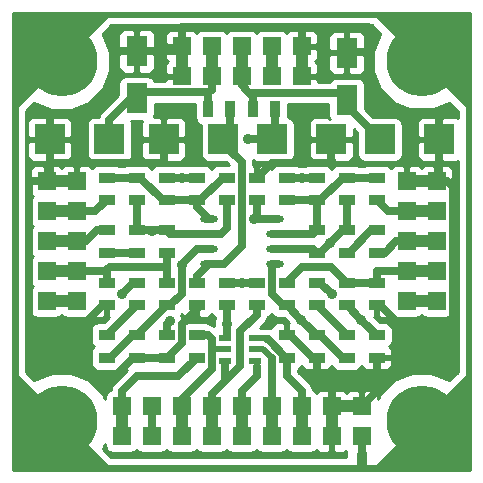
<source format=gbr>
G04 #@! TF.FileFunction,Copper,L1,Top,Signal*
%FSLAX46Y46*%
G04 Gerber Fmt 4.6, Leading zero omitted, Abs format (unit mm)*
G04 Created by KiCad (PCBNEW 4.0.2+e4-6225~38~ubuntu15.10.1-stable) date Po 8. srpen 2016, 21:37:55 CEST*
%MOMM*%
G01*
G04 APERTURE LIST*
%ADD10C,0.100000*%
%ADD11R,1.524000X1.524000*%
%ADD12R,1.397000X0.889000*%
%ADD13O,1.473200X0.609600*%
%ADD14C,6.000000*%
%ADD15R,0.889000X1.397000*%
%ADD16R,1.800860X2.499360*%
%ADD17R,2.550160X2.499360*%
%ADD18R,1.000760X0.500000*%
%ADD19R,1.000760X0.501040*%
%ADD20C,0.889000*%
%ADD21C,0.635000*%
%ADD22C,1.016000*%
%ADD23C,0.254000*%
%ADD24C,0.508000*%
G04 APERTURE END LIST*
D10*
D11*
X163830000Y-101600000D03*
X161290000Y-101600000D03*
X163830000Y-99060000D03*
X161290000Y-99060000D03*
X163830000Y-96520000D03*
X161290000Y-96520000D03*
X163830000Y-93980000D03*
X161290000Y-93980000D03*
X163830000Y-91440000D03*
X161290000Y-91440000D03*
D12*
X158750000Y-97472500D03*
X158750000Y-95567500D03*
D13*
X144526000Y-94615000D03*
X144526000Y-95885000D03*
X144526000Y-97155000D03*
X144526000Y-98425000D03*
X150114000Y-98425000D03*
X150114000Y-97155000D03*
X150114000Y-95885000D03*
X150114000Y-94615000D03*
D12*
X138430000Y-100012500D03*
X138430000Y-101917500D03*
X140970000Y-91122500D03*
X140970000Y-93027500D03*
X135890000Y-93027500D03*
X135890000Y-91122500D03*
X135890000Y-95567500D03*
X135890000Y-97472500D03*
X146050000Y-93027500D03*
X146050000Y-91122500D03*
X148590000Y-93027500D03*
X148590000Y-91122500D03*
X143510000Y-101917500D03*
X143510000Y-100012500D03*
X146050000Y-101917500D03*
X146050000Y-100012500D03*
X148590000Y-101917500D03*
X148590000Y-100012500D03*
X151130000Y-91122500D03*
X151130000Y-93027500D03*
X153670000Y-100012500D03*
X153670000Y-101917500D03*
X158750000Y-93027500D03*
X158750000Y-91122500D03*
X153670000Y-97472500D03*
X153670000Y-95567500D03*
D11*
X157480000Y-110490000D03*
X157480000Y-113030000D03*
X152400000Y-80010000D03*
X152400000Y-82550000D03*
X149860000Y-80010000D03*
X149860000Y-82550000D03*
X147320000Y-80010000D03*
X147320000Y-82550000D03*
X144780000Y-80010000D03*
X144780000Y-82550000D03*
X142240000Y-80010000D03*
X142240000Y-82550000D03*
X133350000Y-101600000D03*
X130810000Y-101600000D03*
X133350000Y-99060000D03*
X130810000Y-99060000D03*
X133350000Y-96520000D03*
X130810000Y-96520000D03*
X133350000Y-93980000D03*
X130810000Y-93980000D03*
X133350000Y-91440000D03*
X130810000Y-91440000D03*
D14*
X132080000Y-111760000D03*
X132080000Y-81280000D03*
X162560000Y-111760000D03*
X162560000Y-81280000D03*
D12*
X140970000Y-101917500D03*
X140970000Y-100012500D03*
X140970000Y-95567500D03*
X140970000Y-97472500D03*
X135890000Y-106362500D03*
X135890000Y-104457500D03*
X138430000Y-104457500D03*
X138430000Y-106362500D03*
X143510000Y-93027500D03*
X143510000Y-91122500D03*
X140970000Y-104457500D03*
X140970000Y-106362500D03*
X138430000Y-95567500D03*
X138430000Y-97472500D03*
X138430000Y-91122500D03*
X138430000Y-93027500D03*
D15*
X150177500Y-85344000D03*
X148272500Y-85344000D03*
X146367500Y-85344000D03*
X144462500Y-85344000D03*
D12*
X156210000Y-106362500D03*
X156210000Y-104457500D03*
X153670000Y-93027500D03*
X153670000Y-91122500D03*
X153670000Y-106362500D03*
X153670000Y-104457500D03*
X151130000Y-101917500D03*
X151130000Y-100012500D03*
X156210000Y-101917500D03*
X156210000Y-100012500D03*
X158750000Y-106362500D03*
X158750000Y-104457500D03*
X156210000Y-95567500D03*
X156210000Y-97472500D03*
X156210000Y-91122500D03*
X156210000Y-93027500D03*
D16*
X138430000Y-84421980D03*
X138430000Y-80424020D03*
X156210000Y-80551020D03*
X156210000Y-84548980D03*
D12*
X135890000Y-100012500D03*
X135890000Y-101917500D03*
X158750000Y-100012500D03*
X158750000Y-101917500D03*
D17*
X164068760Y-87884000D03*
X159019240Y-87884000D03*
X136128760Y-87884000D03*
X131079240Y-87884000D03*
X154924760Y-87884000D03*
X149875240Y-87884000D03*
X145780760Y-87884000D03*
X140731240Y-87884000D03*
D11*
X154940000Y-110490000D03*
X154940000Y-113030000D03*
X152400000Y-110490000D03*
X152400000Y-113030000D03*
X149860000Y-110490000D03*
X149860000Y-113030000D03*
X147320000Y-110490000D03*
X147320000Y-113030000D03*
X144780000Y-110490000D03*
X144780000Y-113030000D03*
X142240000Y-110490000D03*
X142240000Y-113030000D03*
X139700000Y-110490000D03*
X139700000Y-113030000D03*
X137160000Y-110490000D03*
X137160000Y-113030000D03*
D12*
X143510000Y-106362500D03*
X143510000Y-104457500D03*
X151130000Y-106362500D03*
X151130000Y-104457500D03*
D18*
X148463000Y-104711500D03*
X148463000Y-105664000D03*
D19*
X148463000Y-106616500D03*
D18*
X145923000Y-106616500D03*
X145923000Y-105664000D03*
X145923000Y-104711500D03*
X145923000Y-105664000D03*
X148463000Y-104711500D03*
X148463000Y-106616500D03*
X148463000Y-105664000D03*
X145923000Y-106616500D03*
X145923000Y-104711500D03*
D20*
X137160000Y-100965000D03*
X154940000Y-89916000D03*
X148336000Y-94615000D03*
X147828000Y-87884000D03*
X154940000Y-100965000D03*
X142240000Y-91122500D03*
X142240000Y-98552000D03*
X139700000Y-95631000D03*
X141224000Y-103251000D03*
X157448250Y-103155750D03*
X154813000Y-96647000D03*
X152368250Y-103155750D03*
X152400000Y-91186000D03*
X146050000Y-103505000D03*
X147320000Y-100076000D03*
D21*
X138430000Y-100012500D02*
X138112500Y-100012500D01*
X138112500Y-100012500D02*
X137160000Y-100965000D01*
D22*
X130810000Y-101600000D02*
X132080000Y-101600000D01*
X132080000Y-101600000D02*
X133350000Y-101600000D01*
D21*
X133350000Y-93980000D02*
X134937500Y-93980000D01*
X134937500Y-93980000D02*
X135890000Y-93027500D01*
D22*
X130810000Y-93980000D02*
X133350000Y-93980000D01*
D21*
X133350000Y-96520000D02*
X134112000Y-96520000D01*
X134112000Y-96520000D02*
X135064500Y-95567500D01*
X135064500Y-95567500D02*
X135890000Y-95567500D01*
X135890000Y-95567500D02*
X136207500Y-95567500D01*
D22*
X130810000Y-96520000D02*
X133350000Y-96520000D01*
D21*
X156210000Y-84548980D02*
X156210000Y-85074760D01*
X156210000Y-85074760D02*
X159019240Y-87884000D01*
X148272500Y-85344000D02*
X148272500Y-84264500D01*
X148272500Y-84264500D02*
X147955000Y-83947000D01*
X147320000Y-82550000D02*
X147320000Y-83312000D01*
X147320000Y-83312000D02*
X147955000Y-83947000D01*
X147955000Y-83947000D02*
X155608020Y-83947000D01*
X155608020Y-83947000D02*
X156210000Y-84548980D01*
D22*
X147320000Y-80010000D02*
X147320000Y-82550000D01*
D21*
X154924760Y-89900760D02*
X154924760Y-89804240D01*
X154940000Y-89916000D02*
X154924760Y-89900760D01*
X154940000Y-108966000D02*
X154940000Y-110490000D01*
X153670000Y-107696000D02*
X154940000Y-108966000D01*
X153670000Y-106362500D02*
X153670000Y-107696000D01*
X133350000Y-106680000D02*
X133350000Y-103505000D01*
X135255000Y-108585000D02*
X133350000Y-106680000D01*
X135890000Y-108585000D02*
X135255000Y-108585000D01*
X138112500Y-106362500D02*
X135890000Y-108585000D01*
X138430000Y-106362500D02*
X138112500Y-106362500D01*
X133350000Y-103505000D02*
X129286000Y-103505000D01*
X158750000Y-109220000D02*
X157480000Y-110490000D01*
X151130000Y-104457500D02*
X151447500Y-104457500D01*
X151447500Y-104457500D02*
X153352500Y-106362500D01*
X153352500Y-106362500D02*
X153670000Y-106362500D01*
D22*
X154940000Y-110490000D02*
X157480000Y-110490000D01*
X154940000Y-110490000D02*
X154940000Y-113030000D01*
D21*
X158750000Y-106362500D02*
X158750000Y-109220000D01*
X158750000Y-109220000D02*
X158750000Y-109093000D01*
X158750000Y-109093000D02*
X158750000Y-108839000D01*
X158750000Y-108839000D02*
X158750000Y-109093000D01*
X157988000Y-80518000D02*
X157988000Y-83566000D01*
X164068760Y-85709760D02*
X164068760Y-87884000D01*
X163957000Y-85598000D02*
X164068760Y-85709760D01*
X160020000Y-85598000D02*
X163957000Y-85598000D01*
X157988000Y-83566000D02*
X160020000Y-85598000D01*
X164068760Y-87884000D02*
X164068760Y-91201240D01*
X164068760Y-91201240D02*
X163830000Y-91440000D01*
X131079240Y-89900760D02*
X131079240Y-91170760D01*
X131079240Y-91170760D02*
X130810000Y-91440000D01*
X157988000Y-80518000D02*
X156243020Y-80518000D01*
X156243020Y-80518000D02*
X156210000Y-80551020D01*
X131079240Y-87884000D02*
X131079240Y-85709760D01*
X136618980Y-80424020D02*
X138430000Y-80424020D01*
X136525000Y-80518000D02*
X136618980Y-80424020D01*
X136525000Y-83185000D02*
X136525000Y-80518000D01*
X133985000Y-85725000D02*
X136525000Y-83185000D01*
X131094480Y-85725000D02*
X133985000Y-85725000D01*
X131079240Y-85709760D02*
X131094480Y-85725000D01*
X138430000Y-80424020D02*
X141825980Y-80424020D01*
X141825980Y-80424020D02*
X142240000Y-80010000D01*
X142146020Y-79916020D02*
X142240000Y-80010000D01*
X131079240Y-87884000D02*
X131079240Y-89900760D01*
X140731240Y-89900760D02*
X140731240Y-87884000D01*
X140716000Y-89916000D02*
X140731240Y-89900760D01*
X131094480Y-89916000D02*
X140716000Y-89916000D01*
X131079240Y-89900760D02*
X131094480Y-89916000D01*
X158750000Y-101917500D02*
X159067500Y-101917500D01*
X159067500Y-101917500D02*
X160655000Y-103505000D01*
X160655000Y-103505000D02*
X165227000Y-103505000D01*
X135890000Y-101917500D02*
X135572500Y-101917500D01*
X135572500Y-101917500D02*
X133985000Y-103505000D01*
X133985000Y-103505000D02*
X133350000Y-103505000D01*
X143510000Y-101917500D02*
X143510000Y-102235000D01*
X143510000Y-102235000D02*
X142240000Y-103505000D01*
X142240000Y-103505000D02*
X142240000Y-105092500D01*
X142240000Y-105092500D02*
X140970000Y-106362500D01*
X140970000Y-106362500D02*
X138430000Y-106362500D01*
X130810000Y-91440000D02*
X129286000Y-91440000D01*
X129286000Y-91440000D02*
X129413000Y-91440000D01*
X129413000Y-91440000D02*
X129286000Y-91440000D01*
X129286000Y-91440000D02*
X129286000Y-103505000D01*
X152400000Y-80010000D02*
X152400000Y-78359000D01*
X152400000Y-78359000D02*
X152400000Y-78486000D01*
X152400000Y-78486000D02*
X152400000Y-78359000D01*
X154924760Y-87884000D02*
X154924760Y-89804240D01*
X154924760Y-89804240D02*
X154813000Y-89916000D01*
X163830000Y-91440000D02*
X164719000Y-91440000D01*
X164719000Y-91440000D02*
X165227000Y-91948000D01*
X142240000Y-80010000D02*
X142240000Y-78359000D01*
X142240000Y-78359000D02*
X152400000Y-78359000D01*
X152400000Y-78359000D02*
X157988000Y-78359000D01*
X157988000Y-78359000D02*
X157988000Y-80518000D01*
X160782000Y-107061000D02*
X158750000Y-109093000D01*
X164973000Y-107061000D02*
X160782000Y-107061000D01*
X165227000Y-107315000D02*
X164973000Y-107061000D01*
X165227000Y-103505000D02*
X165227000Y-107315000D01*
X165227000Y-91948000D02*
X165227000Y-103505000D01*
X148590000Y-91122500D02*
X148653500Y-91122500D01*
X148653500Y-91122500D02*
X149860000Y-89916000D01*
X149860000Y-89916000D02*
X154813000Y-89916000D01*
X154924760Y-87884000D02*
X154924760Y-87995760D01*
X131079240Y-87884000D02*
X131079240Y-88153240D01*
D23*
X163830000Y-91440000D02*
X164465000Y-91440000D01*
X152400000Y-80010000D02*
X152400000Y-79375000D01*
D22*
X161290000Y-91440000D02*
X162560000Y-91440000D01*
X162560000Y-91440000D02*
X163830000Y-91440000D01*
X130810000Y-91440000D02*
X132080000Y-91440000D01*
X132080000Y-91440000D02*
X133350000Y-91440000D01*
X152400000Y-80010000D02*
X152400000Y-81280000D01*
X152400000Y-81280000D02*
X152400000Y-82550000D01*
X142240000Y-80010000D02*
X142240000Y-81280000D01*
X142240000Y-81280000D02*
X142240000Y-82550000D01*
D21*
X137160000Y-110490000D02*
X137160000Y-109220000D01*
X137160000Y-109220000D02*
X138430000Y-107950000D01*
X138430000Y-107950000D02*
X141922500Y-107950000D01*
X141922500Y-107950000D02*
X143510000Y-106362500D01*
X137160000Y-110490000D02*
X137160000Y-109855000D01*
D22*
X137160000Y-110490000D02*
X137160000Y-113030000D01*
D21*
X148590000Y-93027500D02*
X148590000Y-94361000D01*
X148590000Y-94361000D02*
X148336000Y-94615000D01*
X150114000Y-94615000D02*
X148336000Y-94615000D01*
X149875240Y-87884000D02*
X147828000Y-87884000D01*
X148590000Y-93027500D02*
X148590000Y-93091000D01*
X150177500Y-85344000D02*
X150177500Y-87581740D01*
X150177500Y-87581740D02*
X149875240Y-87884000D01*
X150177500Y-87581740D02*
X149875240Y-87884000D01*
X136128760Y-87884000D02*
X136128760Y-86215220D01*
X136128760Y-86215220D02*
X138430000Y-83913980D01*
X144462500Y-85344000D02*
X144462500Y-83913980D01*
X144462500Y-83913980D02*
X144559020Y-83913980D01*
X144780000Y-82550000D02*
X144780000Y-83693000D01*
X144559020Y-83913980D02*
X138430000Y-83913980D01*
X144780000Y-83693000D02*
X144559020Y-83913980D01*
X138430000Y-83913980D02*
X138430000Y-84597240D01*
D22*
X149860000Y-80010000D02*
X149860000Y-82550000D01*
X144780000Y-80010000D02*
X144780000Y-82550000D01*
D21*
X143510000Y-100012500D02*
X143510000Y-99441000D01*
X143510000Y-99441000D02*
X144526000Y-98425000D01*
X145780760Y-87884000D02*
X145780760Y-88249760D01*
X145780760Y-88249760D02*
X147320000Y-89789000D01*
X145796000Y-98425000D02*
X144526000Y-98425000D01*
X147320000Y-96901000D02*
X145796000Y-98425000D01*
X147320000Y-93853000D02*
X147320000Y-96901000D01*
X147320000Y-89789000D02*
X147320000Y-93853000D01*
X146367500Y-85344000D02*
X146367500Y-87297260D01*
X146367500Y-87297260D02*
X145780760Y-87884000D01*
X146367500Y-87297260D02*
X145780760Y-87884000D01*
X153670000Y-100012500D02*
X153987500Y-100012500D01*
X153987500Y-100012500D02*
X154940000Y-100965000D01*
D22*
X161290000Y-101600000D02*
X162560000Y-101600000D01*
X162560000Y-101600000D02*
X163830000Y-101600000D01*
D21*
X161290000Y-93980000D02*
X159702500Y-93980000D01*
X159702500Y-93980000D02*
X158750000Y-93027500D01*
D22*
X161290000Y-93980000D02*
X163830000Y-93980000D01*
D21*
X161290000Y-96520000D02*
X160401000Y-96520000D01*
X160401000Y-96520000D02*
X159448500Y-97472500D01*
X159448500Y-97472500D02*
X158750000Y-97472500D01*
D22*
X161290000Y-96520000D02*
X163830000Y-96520000D01*
D21*
X157480000Y-113030000D02*
X157480000Y-115570000D01*
D23*
X162560000Y-81280000D02*
X158750000Y-77470000D01*
X158750000Y-77470000D02*
X135890000Y-77470000D01*
X128270000Y-107950000D02*
X132080000Y-111760000D01*
X128270000Y-85090000D02*
X128270000Y-107950000D01*
X132080000Y-81280000D02*
X128270000Y-85090000D01*
X135890000Y-77470000D02*
X132080000Y-81280000D01*
X162560000Y-111760000D02*
X166370000Y-107950000D01*
X166370000Y-85090000D02*
X162560000Y-81280000D01*
X166370000Y-107950000D02*
X166370000Y-85090000D01*
X132080000Y-111760000D02*
X135890000Y-115570000D01*
X135890000Y-115570000D02*
X156210000Y-115570000D01*
X158750000Y-115570000D02*
X162560000Y-111760000D01*
X156210000Y-115570000D02*
X157480000Y-115570000D01*
X157480000Y-115570000D02*
X158750000Y-115570000D01*
D21*
X140970000Y-98679000D02*
X136144000Y-98679000D01*
X136144000Y-98679000D02*
X135763000Y-99060000D01*
X140970000Y-97472500D02*
X140970000Y-98679000D01*
X140970000Y-98679000D02*
X140970000Y-100012500D01*
X133350000Y-99060000D02*
X135763000Y-99060000D01*
X135890000Y-99187000D02*
X135890000Y-100012500D01*
X135763000Y-99060000D02*
X135890000Y-99187000D01*
D22*
X130810000Y-99060000D02*
X133350000Y-99060000D01*
D21*
X151130000Y-100012500D02*
X151130000Y-99949000D01*
X151130000Y-99949000D02*
X152400000Y-98679000D01*
X152400000Y-98679000D02*
X154876500Y-98679000D01*
X154876500Y-98679000D02*
X156210000Y-100012500D01*
X156210000Y-100012500D02*
X158750000Y-100012500D01*
X161290000Y-99060000D02*
X158877000Y-99060000D01*
X158877000Y-99060000D02*
X158750000Y-99060000D01*
X158750000Y-99060000D02*
X158750000Y-100012500D01*
D22*
X161290000Y-99060000D02*
X163830000Y-99060000D01*
D21*
X142240000Y-98552000D02*
X142240000Y-100965000D01*
X142240000Y-100965000D02*
X141287500Y-101917500D01*
X141287500Y-101917500D02*
X140970000Y-101917500D01*
X142240000Y-98425000D02*
X142240000Y-98552000D01*
X140970000Y-101917500D02*
X141287500Y-101917500D01*
X143510000Y-97155000D02*
X144526000Y-97155000D01*
X142240000Y-98425000D02*
X143510000Y-97155000D01*
X138430000Y-104457500D02*
X140970000Y-101917500D01*
X135890000Y-106362500D02*
X136207500Y-106362500D01*
X136207500Y-106362500D02*
X138112500Y-104457500D01*
X138112500Y-104457500D02*
X138430000Y-104457500D01*
X140970000Y-91122500D02*
X142240000Y-91122500D01*
X142240000Y-91122500D02*
X143510000Y-91122500D01*
X143510000Y-93027500D02*
X143510000Y-93599000D01*
X143510000Y-93599000D02*
X144526000Y-94615000D01*
X143510000Y-93027500D02*
X143827500Y-93027500D01*
X143827500Y-93027500D02*
X145732500Y-91122500D01*
X145732500Y-91122500D02*
X146050000Y-91122500D01*
X140970000Y-93027500D02*
X143510000Y-93027500D01*
X138430000Y-91122500D02*
X138747500Y-91122500D01*
X138747500Y-91122500D02*
X140652500Y-93027500D01*
X140652500Y-93027500D02*
X140970000Y-93027500D01*
X135890000Y-91122500D02*
X138430000Y-91122500D01*
X140970000Y-104457500D02*
X140970000Y-103505000D01*
X140970000Y-103505000D02*
X141224000Y-103251000D01*
X139700000Y-95631000D02*
X139700000Y-95567500D01*
X139700000Y-95567500D02*
X139700000Y-95631000D01*
X139700000Y-95631000D02*
X139700000Y-95567500D01*
X138430000Y-95567500D02*
X138430000Y-93027500D01*
X140970000Y-95567500D02*
X139700000Y-95567500D01*
X139700000Y-95567500D02*
X138430000Y-95567500D01*
X144526000Y-95885000D02*
X142494000Y-95885000D01*
X142494000Y-95885000D02*
X141287500Y-95885000D01*
X141287500Y-95885000D02*
X140970000Y-95567500D01*
X146050000Y-93027500D02*
X146050000Y-95377000D01*
X145542000Y-95885000D02*
X144526000Y-95885000D01*
X146050000Y-95377000D02*
X145542000Y-95885000D01*
X156210000Y-93027500D02*
X156210000Y-95567500D01*
X156210000Y-101917500D02*
X157448250Y-103155750D01*
X157448250Y-103155750D02*
X158750000Y-104457500D01*
X153670000Y-97472500D02*
X153987500Y-97472500D01*
X153987500Y-97472500D02*
X154813000Y-96647000D01*
X154813000Y-96647000D02*
X155892500Y-95567500D01*
X155892500Y-95567500D02*
X156210000Y-95567500D01*
X150114000Y-97155000D02*
X153352500Y-97155000D01*
X153352500Y-97155000D02*
X153670000Y-97472500D01*
X153670000Y-93027500D02*
X153987500Y-93027500D01*
X153987500Y-93027500D02*
X155892500Y-91122500D01*
X155892500Y-91122500D02*
X156210000Y-91122500D01*
X151130000Y-93027500D02*
X153670000Y-93027500D01*
X153670000Y-95567500D02*
X153670000Y-93027500D01*
X150114000Y-95885000D02*
X153352500Y-95885000D01*
X153352500Y-95885000D02*
X153670000Y-95567500D01*
X156210000Y-91122500D02*
X158750000Y-91122500D01*
X150812500Y-101917500D02*
X149860000Y-100965000D01*
X149860000Y-100965000D02*
X149860000Y-98679000D01*
X149860000Y-98679000D02*
X150114000Y-98425000D01*
X152400000Y-91122500D02*
X152400000Y-91186000D01*
X151130000Y-91122500D02*
X152400000Y-91122500D01*
X152400000Y-91122500D02*
X153670000Y-91122500D01*
X153670000Y-104457500D02*
X153987500Y-104457500D01*
X153987500Y-104457500D02*
X155892500Y-106362500D01*
X155892500Y-106362500D02*
X156210000Y-106362500D01*
X151130000Y-101917500D02*
X152368250Y-103155750D01*
X152368250Y-103155750D02*
X153670000Y-104457500D01*
X151130000Y-101917500D02*
X150812500Y-101917500D01*
X135890000Y-97472500D02*
X138430000Y-97472500D01*
X138112500Y-97472500D02*
X138430000Y-97472500D01*
X156210000Y-97472500D02*
X156400500Y-97472500D01*
X156400500Y-97472500D02*
X158305500Y-95567500D01*
X158305500Y-95567500D02*
X158750000Y-95567500D01*
X138430000Y-101917500D02*
X135890000Y-104457500D01*
X153670000Y-101917500D02*
X156210000Y-104457500D01*
D24*
X146050000Y-104584500D02*
X146050000Y-104267000D01*
D21*
X146050000Y-104267000D02*
X146050000Y-103505000D01*
X146050000Y-103505000D02*
X146050000Y-101917500D01*
D24*
X146050000Y-104584500D02*
X145923000Y-104711500D01*
D21*
X139700000Y-110490000D02*
X139700000Y-113030000D01*
D24*
X148463000Y-105664000D02*
X149098000Y-105664000D01*
D21*
X149860000Y-106426000D02*
X149860000Y-110490000D01*
D24*
X149098000Y-105664000D02*
X149860000Y-106426000D01*
D21*
X147320000Y-100076000D02*
X147320000Y-100012500D01*
D22*
X149860000Y-110490000D02*
X149860000Y-113030000D01*
D21*
X146050000Y-100012500D02*
X147320000Y-100012500D01*
X147320000Y-100012500D02*
X148590000Y-100012500D01*
D24*
X145923000Y-106616500D02*
X145923000Y-107061000D01*
D21*
X145923000Y-108331000D02*
X144780000Y-109474000D01*
X145923000Y-108331000D02*
X145923000Y-107442000D01*
X145923000Y-107061000D02*
X145923000Y-107442000D01*
X144780000Y-110490000D02*
X144780000Y-109474000D01*
X148590000Y-101917500D02*
X148590000Y-102743000D01*
X147193000Y-107061000D02*
X144780000Y-109474000D01*
X147193000Y-104140000D02*
X147193000Y-107061000D01*
X148590000Y-102743000D02*
X147193000Y-104140000D01*
X148590000Y-101917500D02*
X148590000Y-102235000D01*
D22*
X144780000Y-110490000D02*
X144780000Y-113030000D01*
D21*
X148272500Y-101917500D02*
X148590000Y-101917500D01*
D24*
X148463000Y-104711500D02*
X149453372Y-104711500D01*
X149453372Y-104711500D02*
X149516872Y-104775000D01*
D21*
X151130000Y-106362500D02*
X151104372Y-106362500D01*
X151104372Y-106362500D02*
X149516872Y-104775000D01*
X149516872Y-104775000D02*
X149479000Y-104775000D01*
X151130000Y-106362500D02*
X150939500Y-106362500D01*
X152400000Y-110490000D02*
X152400000Y-109220000D01*
X151130000Y-107950000D02*
X151130000Y-106362500D01*
X152400000Y-109220000D02*
X151130000Y-107950000D01*
D22*
X152400000Y-110490000D02*
X152400000Y-113030000D01*
D24*
X148590000Y-106743500D02*
X148590000Y-107188000D01*
D21*
X148590000Y-107188000D02*
X148590000Y-107696000D01*
D24*
X148590000Y-106743500D02*
X148463000Y-106616500D01*
X148590000Y-107632500D02*
X148590000Y-107696000D01*
X148590000Y-107696000D02*
X148590000Y-107950000D01*
D21*
X147320000Y-109220000D02*
X148590000Y-107950000D01*
X147320000Y-109220000D02*
X147320000Y-110490000D01*
D22*
X147320000Y-110490000D02*
X147320000Y-113030000D01*
D24*
X144780000Y-105664000D02*
X145923000Y-105664000D01*
D21*
X142240000Y-110490000D02*
X142240000Y-109855000D01*
X142240000Y-109855000D02*
X144780000Y-107315000D01*
X144462500Y-104457500D02*
X143510000Y-104457500D01*
X144780000Y-104775000D02*
X144462500Y-104457500D01*
X144780000Y-107315000D02*
X144780000Y-106680000D01*
X144780000Y-106680000D02*
X144780000Y-105664000D01*
X144780000Y-105664000D02*
X144780000Y-104775000D01*
D22*
X142240000Y-110490000D02*
X142240000Y-113030000D01*
D23*
G36*
X166676000Y-115876000D02*
X127964000Y-115876000D01*
X127964000Y-85090000D01*
X128143000Y-85090000D01*
X128143000Y-107950000D01*
X128153006Y-107999410D01*
X128180197Y-108039803D01*
X135800197Y-115659803D01*
X135842211Y-115687666D01*
X135890000Y-115697000D01*
X157035500Y-115697000D01*
X157084910Y-115686994D01*
X157126535Y-115658553D01*
X157153815Y-115616159D01*
X157162500Y-115570000D01*
X157162500Y-114427000D01*
X157194250Y-114427000D01*
X157353000Y-114268250D01*
X157353000Y-113157000D01*
X157333000Y-113157000D01*
X157333000Y-112903000D01*
X157353000Y-112903000D01*
X157353000Y-112883000D01*
X157607000Y-112883000D01*
X157607000Y-112903000D01*
X157627000Y-112903000D01*
X157627000Y-113157000D01*
X157607000Y-113157000D01*
X157607000Y-114268250D01*
X157734000Y-114395250D01*
X157734000Y-115570000D01*
X157744006Y-115619410D01*
X157772447Y-115661035D01*
X157814841Y-115688315D01*
X157861000Y-115697000D01*
X158750000Y-115697000D01*
X158799410Y-115686994D01*
X158839803Y-115659803D01*
X166459803Y-108039803D01*
X166487666Y-107997789D01*
X166497000Y-107950000D01*
X166497000Y-85090000D01*
X166486994Y-85040590D01*
X166459803Y-85000197D01*
X158839803Y-77380197D01*
X158797789Y-77352334D01*
X158750000Y-77343000D01*
X135890000Y-77343000D01*
X135840590Y-77353006D01*
X135800197Y-77380197D01*
X128180197Y-85000197D01*
X128152334Y-85042211D01*
X128143000Y-85090000D01*
X127964000Y-85090000D01*
X127964000Y-77164000D01*
X166676000Y-77164000D01*
X166676000Y-115876000D01*
X166676000Y-115876000D01*
G37*
X166676000Y-115876000D02*
X127964000Y-115876000D01*
X127964000Y-85090000D01*
X128143000Y-85090000D01*
X128143000Y-107950000D01*
X128153006Y-107999410D01*
X128180197Y-108039803D01*
X135800197Y-115659803D01*
X135842211Y-115687666D01*
X135890000Y-115697000D01*
X157035500Y-115697000D01*
X157084910Y-115686994D01*
X157126535Y-115658553D01*
X157153815Y-115616159D01*
X157162500Y-115570000D01*
X157162500Y-114427000D01*
X157194250Y-114427000D01*
X157353000Y-114268250D01*
X157353000Y-113157000D01*
X157333000Y-113157000D01*
X157333000Y-112903000D01*
X157353000Y-112903000D01*
X157353000Y-112883000D01*
X157607000Y-112883000D01*
X157607000Y-112903000D01*
X157627000Y-112903000D01*
X157627000Y-113157000D01*
X157607000Y-113157000D01*
X157607000Y-114268250D01*
X157734000Y-114395250D01*
X157734000Y-115570000D01*
X157744006Y-115619410D01*
X157772447Y-115661035D01*
X157814841Y-115688315D01*
X157861000Y-115697000D01*
X158750000Y-115697000D01*
X158799410Y-115686994D01*
X158839803Y-115659803D01*
X166459803Y-108039803D01*
X166487666Y-107997789D01*
X166497000Y-107950000D01*
X166497000Y-85090000D01*
X166486994Y-85040590D01*
X166459803Y-85000197D01*
X158839803Y-77380197D01*
X158797789Y-77352334D01*
X158750000Y-77343000D01*
X135890000Y-77343000D01*
X135840590Y-77353006D01*
X135800197Y-77380197D01*
X128180197Y-85000197D01*
X128152334Y-85042211D01*
X128143000Y-85090000D01*
X127964000Y-85090000D01*
X127964000Y-77164000D01*
X166676000Y-77164000D01*
X166676000Y-115876000D01*
G36*
X159075222Y-78927328D02*
X159063340Y-78939190D01*
X158433718Y-80455487D01*
X158432285Y-82097310D01*
X159059259Y-83614704D01*
X160219190Y-84776660D01*
X161735487Y-85406282D01*
X163377310Y-85407715D01*
X164894704Y-84780741D01*
X164911684Y-84763790D01*
X165608000Y-85460106D01*
X165608000Y-86056420D01*
X165470149Y-85999320D01*
X164354510Y-85999320D01*
X164195760Y-86158070D01*
X164195760Y-87757000D01*
X164215760Y-87757000D01*
X164215760Y-88011000D01*
X164195760Y-88011000D01*
X164195760Y-89609930D01*
X164354510Y-89768680D01*
X165470149Y-89768680D01*
X165608000Y-89711580D01*
X165608000Y-107579894D01*
X164912672Y-108275222D01*
X164900810Y-108263340D01*
X163384513Y-107633718D01*
X161742690Y-107632285D01*
X160225296Y-108259259D01*
X159063340Y-109419190D01*
X158877000Y-109867946D01*
X158877000Y-109601691D01*
X158780327Y-109368302D01*
X158601699Y-109189673D01*
X158368310Y-109093000D01*
X157765750Y-109093000D01*
X157607000Y-109251750D01*
X157607000Y-110363000D01*
X157627000Y-110363000D01*
X157627000Y-110617000D01*
X157607000Y-110617000D01*
X157607000Y-110637000D01*
X157353000Y-110637000D01*
X157353000Y-110617000D01*
X156241750Y-110617000D01*
X156210000Y-110648750D01*
X156178250Y-110617000D01*
X155067000Y-110617000D01*
X155067000Y-111728250D01*
X155098750Y-111760000D01*
X155067000Y-111791750D01*
X155067000Y-112903000D01*
X155087000Y-112903000D01*
X155087000Y-113157000D01*
X155067000Y-113157000D01*
X155067000Y-114268250D01*
X155225750Y-114427000D01*
X155828310Y-114427000D01*
X156061699Y-114330327D01*
X156146500Y-114245525D01*
X156146500Y-114808000D01*
X136260106Y-114808000D01*
X135564778Y-114112672D01*
X135576660Y-114100810D01*
X135750560Y-113682013D01*
X135750560Y-113792000D01*
X135794838Y-114027317D01*
X135933910Y-114243441D01*
X136146110Y-114388431D01*
X136398000Y-114439440D01*
X137922000Y-114439440D01*
X138157317Y-114395162D01*
X138373441Y-114256090D01*
X138429374Y-114174230D01*
X138473910Y-114243441D01*
X138686110Y-114388431D01*
X138938000Y-114439440D01*
X140462000Y-114439440D01*
X140697317Y-114395162D01*
X140913441Y-114256090D01*
X140969374Y-114174230D01*
X141013910Y-114243441D01*
X141226110Y-114388431D01*
X141478000Y-114439440D01*
X143002000Y-114439440D01*
X143237317Y-114395162D01*
X143453441Y-114256090D01*
X143509374Y-114174230D01*
X143553910Y-114243441D01*
X143766110Y-114388431D01*
X144018000Y-114439440D01*
X145542000Y-114439440D01*
X145777317Y-114395162D01*
X145993441Y-114256090D01*
X146049374Y-114174230D01*
X146093910Y-114243441D01*
X146306110Y-114388431D01*
X146558000Y-114439440D01*
X148082000Y-114439440D01*
X148317317Y-114395162D01*
X148533441Y-114256090D01*
X148589374Y-114174230D01*
X148633910Y-114243441D01*
X148846110Y-114388431D01*
X149098000Y-114439440D01*
X150622000Y-114439440D01*
X150857317Y-114395162D01*
X151073441Y-114256090D01*
X151129374Y-114174230D01*
X151173910Y-114243441D01*
X151386110Y-114388431D01*
X151638000Y-114439440D01*
X153162000Y-114439440D01*
X153397317Y-114395162D01*
X153613441Y-114256090D01*
X153666464Y-114178489D01*
X153818301Y-114330327D01*
X154051690Y-114427000D01*
X154654250Y-114427000D01*
X154813000Y-114268250D01*
X154813000Y-113157000D01*
X154793000Y-113157000D01*
X154793000Y-112903000D01*
X154813000Y-112903000D01*
X154813000Y-111791750D01*
X154781250Y-111760000D01*
X154813000Y-111728250D01*
X154813000Y-110617000D01*
X154793000Y-110617000D01*
X154793000Y-110363000D01*
X154813000Y-110363000D01*
X154813000Y-109251750D01*
X155067000Y-109251750D01*
X155067000Y-110363000D01*
X156178250Y-110363000D01*
X156210000Y-110331250D01*
X156241750Y-110363000D01*
X157353000Y-110363000D01*
X157353000Y-109251750D01*
X157194250Y-109093000D01*
X156591690Y-109093000D01*
X156358301Y-109189673D01*
X156210000Y-109337975D01*
X156061699Y-109189673D01*
X155828310Y-109093000D01*
X155225750Y-109093000D01*
X155067000Y-109251750D01*
X154813000Y-109251750D01*
X154654250Y-109093000D01*
X154051690Y-109093000D01*
X153818301Y-109189673D01*
X153667329Y-109340646D01*
X153626090Y-109276559D01*
X153413890Y-109131569D01*
X153331595Y-109114904D01*
X153279995Y-108855494D01*
X153073519Y-108546481D01*
X152082500Y-107555462D01*
X152082500Y-107398140D01*
X152279941Y-107271090D01*
X152402261Y-107092069D01*
X152433173Y-107166698D01*
X152611801Y-107345327D01*
X152845190Y-107442000D01*
X153384250Y-107442000D01*
X153543000Y-107283250D01*
X153543000Y-106489500D01*
X153523000Y-106489500D01*
X153523000Y-106235500D01*
X153543000Y-106235500D01*
X153543000Y-106215500D01*
X153797000Y-106215500D01*
X153797000Y-106235500D01*
X153817000Y-106235500D01*
X153817000Y-106489500D01*
X153797000Y-106489500D01*
X153797000Y-107283250D01*
X153955750Y-107442000D01*
X154494810Y-107442000D01*
X154728199Y-107345327D01*
X154906827Y-107166698D01*
X154938763Y-107089598D01*
X155047410Y-107258441D01*
X155259610Y-107403431D01*
X155511500Y-107454440D01*
X156908500Y-107454440D01*
X157143817Y-107410162D01*
X157359941Y-107271090D01*
X157482261Y-107092069D01*
X157513173Y-107166698D01*
X157691801Y-107345327D01*
X157925190Y-107442000D01*
X158464250Y-107442000D01*
X158623000Y-107283250D01*
X158623000Y-106489500D01*
X158877000Y-106489500D01*
X158877000Y-107283250D01*
X159035750Y-107442000D01*
X159574810Y-107442000D01*
X159808199Y-107345327D01*
X159986827Y-107166698D01*
X160083500Y-106933309D01*
X160083500Y-106648250D01*
X159924750Y-106489500D01*
X158877000Y-106489500D01*
X158623000Y-106489500D01*
X158603000Y-106489500D01*
X158603000Y-106235500D01*
X158623000Y-106235500D01*
X158623000Y-106215500D01*
X158877000Y-106215500D01*
X158877000Y-106235500D01*
X159924750Y-106235500D01*
X160083500Y-106076750D01*
X160083500Y-105791691D01*
X159986827Y-105558302D01*
X159835854Y-105407329D01*
X159899941Y-105366090D01*
X160044931Y-105153890D01*
X160095940Y-104902000D01*
X160095940Y-104013000D01*
X160051662Y-103777683D01*
X159912590Y-103561559D01*
X159700390Y-103416569D01*
X159448500Y-103365560D01*
X159005099Y-103365560D01*
X158550394Y-102910856D01*
X158623000Y-102838250D01*
X158623000Y-102044500D01*
X158603000Y-102044500D01*
X158603000Y-101790500D01*
X158623000Y-101790500D01*
X158623000Y-101770500D01*
X158877000Y-101770500D01*
X158877000Y-101790500D01*
X158897000Y-101790500D01*
X158897000Y-102044500D01*
X158877000Y-102044500D01*
X158877000Y-102838250D01*
X159035750Y-102997000D01*
X159574810Y-102997000D01*
X159808199Y-102900327D01*
X159986827Y-102721698D01*
X159993895Y-102704635D01*
X160063910Y-102813441D01*
X160276110Y-102958431D01*
X160528000Y-103009440D01*
X162052000Y-103009440D01*
X162287317Y-102965162D01*
X162503441Y-102826090D01*
X162559374Y-102744230D01*
X162603910Y-102813441D01*
X162816110Y-102958431D01*
X163068000Y-103009440D01*
X164592000Y-103009440D01*
X164827317Y-102965162D01*
X165043441Y-102826090D01*
X165188431Y-102613890D01*
X165239440Y-102362000D01*
X165239440Y-100838000D01*
X165195162Y-100602683D01*
X165056090Y-100386559D01*
X164974230Y-100330626D01*
X165043441Y-100286090D01*
X165188431Y-100073890D01*
X165239440Y-99822000D01*
X165239440Y-98298000D01*
X165195162Y-98062683D01*
X165056090Y-97846559D01*
X164974230Y-97790626D01*
X165043441Y-97746090D01*
X165188431Y-97533890D01*
X165239440Y-97282000D01*
X165239440Y-95758000D01*
X165195162Y-95522683D01*
X165056090Y-95306559D01*
X164974230Y-95250626D01*
X165043441Y-95206090D01*
X165188431Y-94993890D01*
X165239440Y-94742000D01*
X165239440Y-93218000D01*
X165195162Y-92982683D01*
X165056090Y-92766559D01*
X164978489Y-92713536D01*
X165130327Y-92561699D01*
X165227000Y-92328310D01*
X165227000Y-91725750D01*
X165068250Y-91567000D01*
X163957000Y-91567000D01*
X163957000Y-91587000D01*
X163703000Y-91587000D01*
X163703000Y-91567000D01*
X162591750Y-91567000D01*
X162560000Y-91598750D01*
X162528250Y-91567000D01*
X161417000Y-91567000D01*
X161417000Y-91587000D01*
X161163000Y-91587000D01*
X161163000Y-91567000D01*
X161143000Y-91567000D01*
X161143000Y-91313000D01*
X161163000Y-91313000D01*
X161163000Y-90201750D01*
X161417000Y-90201750D01*
X161417000Y-91313000D01*
X162528250Y-91313000D01*
X162560000Y-91281250D01*
X162591750Y-91313000D01*
X163703000Y-91313000D01*
X163703000Y-90201750D01*
X163957000Y-90201750D01*
X163957000Y-91313000D01*
X165068250Y-91313000D01*
X165227000Y-91154250D01*
X165227000Y-90551690D01*
X165130327Y-90318301D01*
X164951698Y-90139673D01*
X164718309Y-90043000D01*
X164115750Y-90043000D01*
X163957000Y-90201750D01*
X163703000Y-90201750D01*
X163544250Y-90043000D01*
X162941691Y-90043000D01*
X162708302Y-90139673D01*
X162560000Y-90287974D01*
X162411698Y-90139673D01*
X162178309Y-90043000D01*
X161575750Y-90043000D01*
X161417000Y-90201750D01*
X161163000Y-90201750D01*
X161004250Y-90043000D01*
X160401691Y-90043000D01*
X160168302Y-90139673D01*
X159989673Y-90318301D01*
X159982605Y-90335365D01*
X159912590Y-90226559D01*
X159700390Y-90081569D01*
X159448500Y-90030560D01*
X158051500Y-90030560D01*
X157816183Y-90074838D01*
X157668297Y-90170000D01*
X157289813Y-90170000D01*
X157160390Y-90081569D01*
X156908500Y-90030560D01*
X155511500Y-90030560D01*
X155276183Y-90074838D01*
X155060059Y-90213910D01*
X154938722Y-90391493D01*
X154832590Y-90226559D01*
X154620390Y-90081569D01*
X154368500Y-90030560D01*
X152971500Y-90030560D01*
X152736183Y-90074838D01*
X152658834Y-90124611D01*
X152615668Y-90106687D01*
X152186216Y-90106313D01*
X152142837Y-90124237D01*
X152080390Y-90081569D01*
X151828500Y-90030560D01*
X150431500Y-90030560D01*
X150196183Y-90074838D01*
X149980059Y-90213910D01*
X149857739Y-90392931D01*
X149826827Y-90318302D01*
X149648199Y-90139673D01*
X149414810Y-90043000D01*
X148875750Y-90043000D01*
X148717000Y-90201750D01*
X148717000Y-90995500D01*
X148737000Y-90995500D01*
X148737000Y-91249500D01*
X148717000Y-91249500D01*
X148717000Y-91269500D01*
X148463000Y-91269500D01*
X148463000Y-91249500D01*
X148443000Y-91249500D01*
X148443000Y-90995500D01*
X148463000Y-90995500D01*
X148463000Y-90201750D01*
X148304250Y-90043000D01*
X148272500Y-90043000D01*
X148272500Y-89789000D01*
X148247026Y-89660934D01*
X148348270Y-89730111D01*
X148600160Y-89781120D01*
X151150320Y-89781120D01*
X151385637Y-89736842D01*
X151601761Y-89597770D01*
X151746751Y-89385570D01*
X151797760Y-89133680D01*
X151797760Y-88169750D01*
X153014680Y-88169750D01*
X153014680Y-89259990D01*
X153111353Y-89493379D01*
X153289982Y-89672007D01*
X153523371Y-89768680D01*
X154639010Y-89768680D01*
X154797760Y-89609930D01*
X154797760Y-88011000D01*
X155051760Y-88011000D01*
X155051760Y-89609930D01*
X155210510Y-89768680D01*
X156326149Y-89768680D01*
X156559538Y-89672007D01*
X156738167Y-89493379D01*
X156834840Y-89259990D01*
X156834840Y-88169750D01*
X156676090Y-88011000D01*
X155051760Y-88011000D01*
X154797760Y-88011000D01*
X153173430Y-88011000D01*
X153014680Y-88169750D01*
X151797760Y-88169750D01*
X151797760Y-86634320D01*
X151753482Y-86399003D01*
X151614410Y-86182879D01*
X151402210Y-86037889D01*
X151269440Y-86011002D01*
X151269440Y-84899500D01*
X154662130Y-84899500D01*
X154662130Y-85798660D01*
X154706408Y-86033977D01*
X154765503Y-86125813D01*
X154639010Y-85999320D01*
X153523371Y-85999320D01*
X153289982Y-86095993D01*
X153111353Y-86274621D01*
X153014680Y-86508010D01*
X153014680Y-87598250D01*
X153173430Y-87757000D01*
X154797760Y-87757000D01*
X154797760Y-87737000D01*
X155051760Y-87737000D01*
X155051760Y-87757000D01*
X156676090Y-87757000D01*
X156834840Y-87598250D01*
X156834840Y-87046638D01*
X157096720Y-87308518D01*
X157096720Y-89133680D01*
X157140998Y-89368997D01*
X157280070Y-89585121D01*
X157492270Y-89730111D01*
X157744160Y-89781120D01*
X160294320Y-89781120D01*
X160529637Y-89736842D01*
X160745761Y-89597770D01*
X160890751Y-89385570D01*
X160941760Y-89133680D01*
X160941760Y-88169750D01*
X162158680Y-88169750D01*
X162158680Y-89259990D01*
X162255353Y-89493379D01*
X162433982Y-89672007D01*
X162667371Y-89768680D01*
X163783010Y-89768680D01*
X163941760Y-89609930D01*
X163941760Y-88011000D01*
X162317430Y-88011000D01*
X162158680Y-88169750D01*
X160941760Y-88169750D01*
X160941760Y-86634320D01*
X160917994Y-86508010D01*
X162158680Y-86508010D01*
X162158680Y-87598250D01*
X162317430Y-87757000D01*
X163941760Y-87757000D01*
X163941760Y-86158070D01*
X163783010Y-85999320D01*
X162667371Y-85999320D01*
X162433982Y-86095993D01*
X162255353Y-86274621D01*
X162158680Y-86508010D01*
X160917994Y-86508010D01*
X160897482Y-86399003D01*
X160758410Y-86182879D01*
X160546210Y-86037889D01*
X160294320Y-85986880D01*
X158469158Y-85986880D01*
X157757870Y-85275592D01*
X157757870Y-83299300D01*
X157713592Y-83063983D01*
X157574520Y-82847859D01*
X157362320Y-82702869D01*
X157110430Y-82651860D01*
X155309570Y-82651860D01*
X155074253Y-82696138D01*
X154858129Y-82835210D01*
X154749291Y-82994500D01*
X153797000Y-82994500D01*
X153797000Y-82835750D01*
X153638250Y-82677000D01*
X152527000Y-82677000D01*
X152527000Y-82697000D01*
X152273000Y-82697000D01*
X152273000Y-82677000D01*
X152253000Y-82677000D01*
X152253000Y-82423000D01*
X152273000Y-82423000D01*
X152273000Y-81311750D01*
X152241250Y-81280000D01*
X152273000Y-81248250D01*
X152273000Y-80137000D01*
X152527000Y-80137000D01*
X152527000Y-81248250D01*
X152558750Y-81280000D01*
X152527000Y-81311750D01*
X152527000Y-82423000D01*
X153638250Y-82423000D01*
X153797000Y-82264250D01*
X153797000Y-81661691D01*
X153700327Y-81428302D01*
X153552026Y-81280000D01*
X153700327Y-81131698D01*
X153797000Y-80898309D01*
X153797000Y-80836770D01*
X154674570Y-80836770D01*
X154674570Y-81927009D01*
X154771243Y-82160398D01*
X154949871Y-82339027D01*
X155183260Y-82435700D01*
X155924250Y-82435700D01*
X156083000Y-82276950D01*
X156083000Y-80678020D01*
X156337000Y-80678020D01*
X156337000Y-82276950D01*
X156495750Y-82435700D01*
X157236740Y-82435700D01*
X157470129Y-82339027D01*
X157648757Y-82160398D01*
X157745430Y-81927009D01*
X157745430Y-80836770D01*
X157586680Y-80678020D01*
X156337000Y-80678020D01*
X156083000Y-80678020D01*
X154833320Y-80678020D01*
X154674570Y-80836770D01*
X153797000Y-80836770D01*
X153797000Y-80295750D01*
X153638250Y-80137000D01*
X152527000Y-80137000D01*
X152273000Y-80137000D01*
X152253000Y-80137000D01*
X152253000Y-79883000D01*
X152273000Y-79883000D01*
X152273000Y-78771750D01*
X152527000Y-78771750D01*
X152527000Y-79883000D01*
X153638250Y-79883000D01*
X153797000Y-79724250D01*
X153797000Y-79175031D01*
X154674570Y-79175031D01*
X154674570Y-80265270D01*
X154833320Y-80424020D01*
X156083000Y-80424020D01*
X156083000Y-78825090D01*
X156337000Y-78825090D01*
X156337000Y-80424020D01*
X157586680Y-80424020D01*
X157745430Y-80265270D01*
X157745430Y-79175031D01*
X157648757Y-78941642D01*
X157470129Y-78763013D01*
X157236740Y-78666340D01*
X156495750Y-78666340D01*
X156337000Y-78825090D01*
X156083000Y-78825090D01*
X155924250Y-78666340D01*
X155183260Y-78666340D01*
X154949871Y-78763013D01*
X154771243Y-78941642D01*
X154674570Y-79175031D01*
X153797000Y-79175031D01*
X153797000Y-79121691D01*
X153700327Y-78888302D01*
X153521699Y-78709673D01*
X153288310Y-78613000D01*
X152685750Y-78613000D01*
X152527000Y-78771750D01*
X152273000Y-78771750D01*
X152114250Y-78613000D01*
X151511690Y-78613000D01*
X151278301Y-78709673D01*
X151127329Y-78860646D01*
X151086090Y-78796559D01*
X150873890Y-78651569D01*
X150622000Y-78600560D01*
X149098000Y-78600560D01*
X148862683Y-78644838D01*
X148646559Y-78783910D01*
X148590626Y-78865770D01*
X148546090Y-78796559D01*
X148333890Y-78651569D01*
X148082000Y-78600560D01*
X146558000Y-78600560D01*
X146322683Y-78644838D01*
X146106559Y-78783910D01*
X146050626Y-78865770D01*
X146006090Y-78796559D01*
X145793890Y-78651569D01*
X145542000Y-78600560D01*
X144018000Y-78600560D01*
X143782683Y-78644838D01*
X143566559Y-78783910D01*
X143513536Y-78861511D01*
X143361699Y-78709673D01*
X143128310Y-78613000D01*
X142525750Y-78613000D01*
X142367000Y-78771750D01*
X142367000Y-79883000D01*
X142387000Y-79883000D01*
X142387000Y-80137000D01*
X142367000Y-80137000D01*
X142367000Y-81248250D01*
X142398750Y-81280000D01*
X142367000Y-81311750D01*
X142367000Y-82423000D01*
X142387000Y-82423000D01*
X142387000Y-82677000D01*
X142367000Y-82677000D01*
X142367000Y-82697000D01*
X142113000Y-82697000D01*
X142113000Y-82677000D01*
X141001750Y-82677000D01*
X140843000Y-82835750D01*
X140843000Y-82961480D01*
X139938201Y-82961480D01*
X139933592Y-82936983D01*
X139794520Y-82720859D01*
X139582320Y-82575869D01*
X139330430Y-82524860D01*
X137529570Y-82524860D01*
X137294253Y-82569138D01*
X137078129Y-82708210D01*
X136933139Y-82920410D01*
X136882130Y-83172300D01*
X136882130Y-84114812D01*
X135455241Y-85541701D01*
X135248765Y-85850714D01*
X135221680Y-85986880D01*
X134853680Y-85986880D01*
X134618363Y-86031158D01*
X134402239Y-86170230D01*
X134257249Y-86382430D01*
X134206240Y-86634320D01*
X134206240Y-89133680D01*
X134250518Y-89368997D01*
X134389590Y-89585121D01*
X134601790Y-89730111D01*
X134853680Y-89781120D01*
X137403840Y-89781120D01*
X137639157Y-89736842D01*
X137855281Y-89597770D01*
X138000271Y-89385570D01*
X138051280Y-89133680D01*
X138051280Y-88169750D01*
X138821160Y-88169750D01*
X138821160Y-89259990D01*
X138917833Y-89493379D01*
X139096462Y-89672007D01*
X139329851Y-89768680D01*
X140445490Y-89768680D01*
X140604240Y-89609930D01*
X140604240Y-88011000D01*
X140858240Y-88011000D01*
X140858240Y-89609930D01*
X141016990Y-89768680D01*
X142132629Y-89768680D01*
X142366018Y-89672007D01*
X142544647Y-89493379D01*
X142641320Y-89259990D01*
X142641320Y-88169750D01*
X142482570Y-88011000D01*
X140858240Y-88011000D01*
X140604240Y-88011000D01*
X138979910Y-88011000D01*
X138821160Y-88169750D01*
X138051280Y-88169750D01*
X138051280Y-86634320D01*
X138007002Y-86399003D01*
X137955586Y-86319100D01*
X138899409Y-86319100D01*
X138821160Y-86508010D01*
X138821160Y-87598250D01*
X138979910Y-87757000D01*
X140604240Y-87757000D01*
X140604240Y-86158070D01*
X140858240Y-86158070D01*
X140858240Y-87757000D01*
X142482570Y-87757000D01*
X142641320Y-87598250D01*
X142641320Y-86508010D01*
X142544647Y-86274621D01*
X142366018Y-86095993D01*
X142132629Y-85999320D01*
X141016990Y-85999320D01*
X140858240Y-86158070D01*
X140604240Y-86158070D01*
X140445490Y-85999320D01*
X139875090Y-85999320D01*
X139926861Y-85923550D01*
X139977870Y-85671660D01*
X139977870Y-84866480D01*
X143370560Y-84866480D01*
X143370560Y-86042500D01*
X143414838Y-86277817D01*
X143553910Y-86493941D01*
X143766110Y-86638931D01*
X143858240Y-86657588D01*
X143858240Y-89133680D01*
X143902518Y-89368997D01*
X144041590Y-89585121D01*
X144253790Y-89730111D01*
X144505680Y-89781120D01*
X145965082Y-89781120D01*
X146214522Y-90030560D01*
X145351500Y-90030560D01*
X145116183Y-90074838D01*
X144900059Y-90213910D01*
X144778722Y-90391493D01*
X144672590Y-90226559D01*
X144460390Y-90081569D01*
X144208500Y-90030560D01*
X142811500Y-90030560D01*
X142576183Y-90074838D01*
X142558812Y-90086016D01*
X142455668Y-90043187D01*
X142026216Y-90042813D01*
X141924923Y-90084666D01*
X141920390Y-90081569D01*
X141668500Y-90030560D01*
X140271500Y-90030560D01*
X140036183Y-90074838D01*
X139820059Y-90213910D01*
X139698722Y-90391493D01*
X139592590Y-90226559D01*
X139380390Y-90081569D01*
X139128500Y-90030560D01*
X137731500Y-90030560D01*
X137496183Y-90074838D01*
X137348297Y-90170000D01*
X136969813Y-90170000D01*
X136840390Y-90081569D01*
X136588500Y-90030560D01*
X135191500Y-90030560D01*
X134956183Y-90074838D01*
X134740059Y-90213910D01*
X134657273Y-90335071D01*
X134650327Y-90318301D01*
X134471698Y-90139673D01*
X134238309Y-90043000D01*
X133635750Y-90043000D01*
X133477000Y-90201750D01*
X133477000Y-91313000D01*
X133497000Y-91313000D01*
X133497000Y-91567000D01*
X133477000Y-91567000D01*
X133477000Y-91587000D01*
X133223000Y-91587000D01*
X133223000Y-91567000D01*
X132111750Y-91567000D01*
X132080000Y-91598750D01*
X132048250Y-91567000D01*
X130937000Y-91567000D01*
X130937000Y-91587000D01*
X130683000Y-91587000D01*
X130683000Y-91567000D01*
X129571750Y-91567000D01*
X129413000Y-91725750D01*
X129413000Y-92328310D01*
X129509673Y-92561699D01*
X129660646Y-92712671D01*
X129596559Y-92753910D01*
X129451569Y-92966110D01*
X129400560Y-93218000D01*
X129400560Y-94742000D01*
X129444838Y-94977317D01*
X129583910Y-95193441D01*
X129665770Y-95249374D01*
X129596559Y-95293910D01*
X129451569Y-95506110D01*
X129400560Y-95758000D01*
X129400560Y-97282000D01*
X129444838Y-97517317D01*
X129583910Y-97733441D01*
X129665770Y-97789374D01*
X129596559Y-97833910D01*
X129451569Y-98046110D01*
X129400560Y-98298000D01*
X129400560Y-99822000D01*
X129444838Y-100057317D01*
X129583910Y-100273441D01*
X129665770Y-100329374D01*
X129596559Y-100373910D01*
X129451569Y-100586110D01*
X129400560Y-100838000D01*
X129400560Y-102362000D01*
X129444838Y-102597317D01*
X129583910Y-102813441D01*
X129796110Y-102958431D01*
X130048000Y-103009440D01*
X131572000Y-103009440D01*
X131807317Y-102965162D01*
X132023441Y-102826090D01*
X132079374Y-102744230D01*
X132123910Y-102813441D01*
X132336110Y-102958431D01*
X132588000Y-103009440D01*
X134112000Y-103009440D01*
X134347317Y-102965162D01*
X134563441Y-102826090D01*
X134646227Y-102704929D01*
X134653173Y-102721698D01*
X134831801Y-102900327D01*
X135065190Y-102997000D01*
X135604250Y-102997000D01*
X135763000Y-102838250D01*
X135763000Y-102044500D01*
X135743000Y-102044500D01*
X135743000Y-101790500D01*
X135763000Y-101790500D01*
X135763000Y-101770500D01*
X136017000Y-101770500D01*
X136017000Y-101790500D01*
X136037000Y-101790500D01*
X136037000Y-102044500D01*
X136017000Y-102044500D01*
X136017000Y-102838250D01*
X136089606Y-102910856D01*
X135634902Y-103365560D01*
X135191500Y-103365560D01*
X134956183Y-103409838D01*
X134740059Y-103548910D01*
X134595069Y-103761110D01*
X134544060Y-104013000D01*
X134544060Y-104902000D01*
X134588338Y-105137317D01*
X134727410Y-105353441D01*
X134809270Y-105409374D01*
X134740059Y-105453910D01*
X134595069Y-105666110D01*
X134544060Y-105918000D01*
X134544060Y-106807000D01*
X134588338Y-107042317D01*
X134727410Y-107258441D01*
X134939610Y-107403431D01*
X135191500Y-107454440D01*
X136588500Y-107454440D01*
X136823817Y-107410162D01*
X137039941Y-107271090D01*
X137162261Y-107092069D01*
X137193173Y-107166698D01*
X137371801Y-107345327D01*
X137595129Y-107437833D01*
X136486481Y-108546481D01*
X136280005Y-108855494D01*
X136228908Y-109112377D01*
X136162683Y-109124838D01*
X135946559Y-109263910D01*
X135801569Y-109476110D01*
X135750560Y-109728000D01*
X135750560Y-109836290D01*
X135580741Y-109425296D01*
X134420810Y-108263340D01*
X132904513Y-107633718D01*
X131262690Y-107632285D01*
X129745296Y-108259259D01*
X129728316Y-108276210D01*
X129032000Y-107579894D01*
X129032000Y-90551690D01*
X129413000Y-90551690D01*
X129413000Y-91154250D01*
X129571750Y-91313000D01*
X130683000Y-91313000D01*
X130683000Y-90201750D01*
X130937000Y-90201750D01*
X130937000Y-91313000D01*
X132048250Y-91313000D01*
X132080000Y-91281250D01*
X132111750Y-91313000D01*
X133223000Y-91313000D01*
X133223000Y-90201750D01*
X133064250Y-90043000D01*
X132461691Y-90043000D01*
X132228302Y-90139673D01*
X132080000Y-90287974D01*
X131931698Y-90139673D01*
X131698309Y-90043000D01*
X131095750Y-90043000D01*
X130937000Y-90201750D01*
X130683000Y-90201750D01*
X130524250Y-90043000D01*
X129921691Y-90043000D01*
X129688302Y-90139673D01*
X129509673Y-90318301D01*
X129413000Y-90551690D01*
X129032000Y-90551690D01*
X129032000Y-88169750D01*
X129169160Y-88169750D01*
X129169160Y-89259990D01*
X129265833Y-89493379D01*
X129444462Y-89672007D01*
X129677851Y-89768680D01*
X130793490Y-89768680D01*
X130952240Y-89609930D01*
X130952240Y-88011000D01*
X131206240Y-88011000D01*
X131206240Y-89609930D01*
X131364990Y-89768680D01*
X132480629Y-89768680D01*
X132714018Y-89672007D01*
X132892647Y-89493379D01*
X132989320Y-89259990D01*
X132989320Y-88169750D01*
X132830570Y-88011000D01*
X131206240Y-88011000D01*
X130952240Y-88011000D01*
X129327910Y-88011000D01*
X129169160Y-88169750D01*
X129032000Y-88169750D01*
X129032000Y-86508010D01*
X129169160Y-86508010D01*
X129169160Y-87598250D01*
X129327910Y-87757000D01*
X130952240Y-87757000D01*
X130952240Y-86158070D01*
X131206240Y-86158070D01*
X131206240Y-87757000D01*
X132830570Y-87757000D01*
X132989320Y-87598250D01*
X132989320Y-86508010D01*
X132892647Y-86274621D01*
X132714018Y-86095993D01*
X132480629Y-85999320D01*
X131364990Y-85999320D01*
X131206240Y-86158070D01*
X130952240Y-86158070D01*
X130793490Y-85999320D01*
X129677851Y-85999320D01*
X129444462Y-86095993D01*
X129265833Y-86274621D01*
X129169160Y-86508010D01*
X129032000Y-86508010D01*
X129032000Y-85460106D01*
X129727328Y-84764778D01*
X129739190Y-84776660D01*
X131255487Y-85406282D01*
X132897310Y-85407715D01*
X134414704Y-84780741D01*
X135576660Y-83620810D01*
X136206282Y-82104513D01*
X136207499Y-80709770D01*
X136894570Y-80709770D01*
X136894570Y-81800009D01*
X136991243Y-82033398D01*
X137169871Y-82212027D01*
X137403260Y-82308700D01*
X138144250Y-82308700D01*
X138303000Y-82149950D01*
X138303000Y-80551020D01*
X138557000Y-80551020D01*
X138557000Y-82149950D01*
X138715750Y-82308700D01*
X139456740Y-82308700D01*
X139690129Y-82212027D01*
X139868757Y-82033398D01*
X139965430Y-81800009D01*
X139965430Y-80709770D01*
X139806680Y-80551020D01*
X138557000Y-80551020D01*
X138303000Y-80551020D01*
X137053320Y-80551020D01*
X136894570Y-80709770D01*
X136207499Y-80709770D01*
X136207715Y-80462690D01*
X135623191Y-79048031D01*
X136894570Y-79048031D01*
X136894570Y-80138270D01*
X137053320Y-80297020D01*
X138303000Y-80297020D01*
X138303000Y-78698090D01*
X138557000Y-78698090D01*
X138557000Y-80297020D01*
X139806680Y-80297020D01*
X139807950Y-80295750D01*
X140843000Y-80295750D01*
X140843000Y-80898309D01*
X140939673Y-81131698D01*
X141087974Y-81280000D01*
X140939673Y-81428302D01*
X140843000Y-81661691D01*
X140843000Y-82264250D01*
X141001750Y-82423000D01*
X142113000Y-82423000D01*
X142113000Y-81311750D01*
X142081250Y-81280000D01*
X142113000Y-81248250D01*
X142113000Y-80137000D01*
X141001750Y-80137000D01*
X140843000Y-80295750D01*
X139807950Y-80295750D01*
X139965430Y-80138270D01*
X139965430Y-79121691D01*
X140843000Y-79121691D01*
X140843000Y-79724250D01*
X141001750Y-79883000D01*
X142113000Y-79883000D01*
X142113000Y-78771750D01*
X141954250Y-78613000D01*
X141351690Y-78613000D01*
X141118301Y-78709673D01*
X140939673Y-78888302D01*
X140843000Y-79121691D01*
X139965430Y-79121691D01*
X139965430Y-79048031D01*
X139868757Y-78814642D01*
X139690129Y-78636013D01*
X139456740Y-78539340D01*
X138715750Y-78539340D01*
X138557000Y-78698090D01*
X138303000Y-78698090D01*
X138144250Y-78539340D01*
X137403260Y-78539340D01*
X137169871Y-78636013D01*
X136991243Y-78814642D01*
X136894570Y-79048031D01*
X135623191Y-79048031D01*
X135580741Y-78945296D01*
X135563790Y-78928316D01*
X136260106Y-78232000D01*
X158379894Y-78232000D01*
X159075222Y-78927328D01*
X159075222Y-78927328D01*
G37*
X159075222Y-78927328D02*
X159063340Y-78939190D01*
X158433718Y-80455487D01*
X158432285Y-82097310D01*
X159059259Y-83614704D01*
X160219190Y-84776660D01*
X161735487Y-85406282D01*
X163377310Y-85407715D01*
X164894704Y-84780741D01*
X164911684Y-84763790D01*
X165608000Y-85460106D01*
X165608000Y-86056420D01*
X165470149Y-85999320D01*
X164354510Y-85999320D01*
X164195760Y-86158070D01*
X164195760Y-87757000D01*
X164215760Y-87757000D01*
X164215760Y-88011000D01*
X164195760Y-88011000D01*
X164195760Y-89609930D01*
X164354510Y-89768680D01*
X165470149Y-89768680D01*
X165608000Y-89711580D01*
X165608000Y-107579894D01*
X164912672Y-108275222D01*
X164900810Y-108263340D01*
X163384513Y-107633718D01*
X161742690Y-107632285D01*
X160225296Y-108259259D01*
X159063340Y-109419190D01*
X158877000Y-109867946D01*
X158877000Y-109601691D01*
X158780327Y-109368302D01*
X158601699Y-109189673D01*
X158368310Y-109093000D01*
X157765750Y-109093000D01*
X157607000Y-109251750D01*
X157607000Y-110363000D01*
X157627000Y-110363000D01*
X157627000Y-110617000D01*
X157607000Y-110617000D01*
X157607000Y-110637000D01*
X157353000Y-110637000D01*
X157353000Y-110617000D01*
X156241750Y-110617000D01*
X156210000Y-110648750D01*
X156178250Y-110617000D01*
X155067000Y-110617000D01*
X155067000Y-111728250D01*
X155098750Y-111760000D01*
X155067000Y-111791750D01*
X155067000Y-112903000D01*
X155087000Y-112903000D01*
X155087000Y-113157000D01*
X155067000Y-113157000D01*
X155067000Y-114268250D01*
X155225750Y-114427000D01*
X155828310Y-114427000D01*
X156061699Y-114330327D01*
X156146500Y-114245525D01*
X156146500Y-114808000D01*
X136260106Y-114808000D01*
X135564778Y-114112672D01*
X135576660Y-114100810D01*
X135750560Y-113682013D01*
X135750560Y-113792000D01*
X135794838Y-114027317D01*
X135933910Y-114243441D01*
X136146110Y-114388431D01*
X136398000Y-114439440D01*
X137922000Y-114439440D01*
X138157317Y-114395162D01*
X138373441Y-114256090D01*
X138429374Y-114174230D01*
X138473910Y-114243441D01*
X138686110Y-114388431D01*
X138938000Y-114439440D01*
X140462000Y-114439440D01*
X140697317Y-114395162D01*
X140913441Y-114256090D01*
X140969374Y-114174230D01*
X141013910Y-114243441D01*
X141226110Y-114388431D01*
X141478000Y-114439440D01*
X143002000Y-114439440D01*
X143237317Y-114395162D01*
X143453441Y-114256090D01*
X143509374Y-114174230D01*
X143553910Y-114243441D01*
X143766110Y-114388431D01*
X144018000Y-114439440D01*
X145542000Y-114439440D01*
X145777317Y-114395162D01*
X145993441Y-114256090D01*
X146049374Y-114174230D01*
X146093910Y-114243441D01*
X146306110Y-114388431D01*
X146558000Y-114439440D01*
X148082000Y-114439440D01*
X148317317Y-114395162D01*
X148533441Y-114256090D01*
X148589374Y-114174230D01*
X148633910Y-114243441D01*
X148846110Y-114388431D01*
X149098000Y-114439440D01*
X150622000Y-114439440D01*
X150857317Y-114395162D01*
X151073441Y-114256090D01*
X151129374Y-114174230D01*
X151173910Y-114243441D01*
X151386110Y-114388431D01*
X151638000Y-114439440D01*
X153162000Y-114439440D01*
X153397317Y-114395162D01*
X153613441Y-114256090D01*
X153666464Y-114178489D01*
X153818301Y-114330327D01*
X154051690Y-114427000D01*
X154654250Y-114427000D01*
X154813000Y-114268250D01*
X154813000Y-113157000D01*
X154793000Y-113157000D01*
X154793000Y-112903000D01*
X154813000Y-112903000D01*
X154813000Y-111791750D01*
X154781250Y-111760000D01*
X154813000Y-111728250D01*
X154813000Y-110617000D01*
X154793000Y-110617000D01*
X154793000Y-110363000D01*
X154813000Y-110363000D01*
X154813000Y-109251750D01*
X155067000Y-109251750D01*
X155067000Y-110363000D01*
X156178250Y-110363000D01*
X156210000Y-110331250D01*
X156241750Y-110363000D01*
X157353000Y-110363000D01*
X157353000Y-109251750D01*
X157194250Y-109093000D01*
X156591690Y-109093000D01*
X156358301Y-109189673D01*
X156210000Y-109337975D01*
X156061699Y-109189673D01*
X155828310Y-109093000D01*
X155225750Y-109093000D01*
X155067000Y-109251750D01*
X154813000Y-109251750D01*
X154654250Y-109093000D01*
X154051690Y-109093000D01*
X153818301Y-109189673D01*
X153667329Y-109340646D01*
X153626090Y-109276559D01*
X153413890Y-109131569D01*
X153331595Y-109114904D01*
X153279995Y-108855494D01*
X153073519Y-108546481D01*
X152082500Y-107555462D01*
X152082500Y-107398140D01*
X152279941Y-107271090D01*
X152402261Y-107092069D01*
X152433173Y-107166698D01*
X152611801Y-107345327D01*
X152845190Y-107442000D01*
X153384250Y-107442000D01*
X153543000Y-107283250D01*
X153543000Y-106489500D01*
X153523000Y-106489500D01*
X153523000Y-106235500D01*
X153543000Y-106235500D01*
X153543000Y-106215500D01*
X153797000Y-106215500D01*
X153797000Y-106235500D01*
X153817000Y-106235500D01*
X153817000Y-106489500D01*
X153797000Y-106489500D01*
X153797000Y-107283250D01*
X153955750Y-107442000D01*
X154494810Y-107442000D01*
X154728199Y-107345327D01*
X154906827Y-107166698D01*
X154938763Y-107089598D01*
X155047410Y-107258441D01*
X155259610Y-107403431D01*
X155511500Y-107454440D01*
X156908500Y-107454440D01*
X157143817Y-107410162D01*
X157359941Y-107271090D01*
X157482261Y-107092069D01*
X157513173Y-107166698D01*
X157691801Y-107345327D01*
X157925190Y-107442000D01*
X158464250Y-107442000D01*
X158623000Y-107283250D01*
X158623000Y-106489500D01*
X158877000Y-106489500D01*
X158877000Y-107283250D01*
X159035750Y-107442000D01*
X159574810Y-107442000D01*
X159808199Y-107345327D01*
X159986827Y-107166698D01*
X160083500Y-106933309D01*
X160083500Y-106648250D01*
X159924750Y-106489500D01*
X158877000Y-106489500D01*
X158623000Y-106489500D01*
X158603000Y-106489500D01*
X158603000Y-106235500D01*
X158623000Y-106235500D01*
X158623000Y-106215500D01*
X158877000Y-106215500D01*
X158877000Y-106235500D01*
X159924750Y-106235500D01*
X160083500Y-106076750D01*
X160083500Y-105791691D01*
X159986827Y-105558302D01*
X159835854Y-105407329D01*
X159899941Y-105366090D01*
X160044931Y-105153890D01*
X160095940Y-104902000D01*
X160095940Y-104013000D01*
X160051662Y-103777683D01*
X159912590Y-103561559D01*
X159700390Y-103416569D01*
X159448500Y-103365560D01*
X159005099Y-103365560D01*
X158550394Y-102910856D01*
X158623000Y-102838250D01*
X158623000Y-102044500D01*
X158603000Y-102044500D01*
X158603000Y-101790500D01*
X158623000Y-101790500D01*
X158623000Y-101770500D01*
X158877000Y-101770500D01*
X158877000Y-101790500D01*
X158897000Y-101790500D01*
X158897000Y-102044500D01*
X158877000Y-102044500D01*
X158877000Y-102838250D01*
X159035750Y-102997000D01*
X159574810Y-102997000D01*
X159808199Y-102900327D01*
X159986827Y-102721698D01*
X159993895Y-102704635D01*
X160063910Y-102813441D01*
X160276110Y-102958431D01*
X160528000Y-103009440D01*
X162052000Y-103009440D01*
X162287317Y-102965162D01*
X162503441Y-102826090D01*
X162559374Y-102744230D01*
X162603910Y-102813441D01*
X162816110Y-102958431D01*
X163068000Y-103009440D01*
X164592000Y-103009440D01*
X164827317Y-102965162D01*
X165043441Y-102826090D01*
X165188431Y-102613890D01*
X165239440Y-102362000D01*
X165239440Y-100838000D01*
X165195162Y-100602683D01*
X165056090Y-100386559D01*
X164974230Y-100330626D01*
X165043441Y-100286090D01*
X165188431Y-100073890D01*
X165239440Y-99822000D01*
X165239440Y-98298000D01*
X165195162Y-98062683D01*
X165056090Y-97846559D01*
X164974230Y-97790626D01*
X165043441Y-97746090D01*
X165188431Y-97533890D01*
X165239440Y-97282000D01*
X165239440Y-95758000D01*
X165195162Y-95522683D01*
X165056090Y-95306559D01*
X164974230Y-95250626D01*
X165043441Y-95206090D01*
X165188431Y-94993890D01*
X165239440Y-94742000D01*
X165239440Y-93218000D01*
X165195162Y-92982683D01*
X165056090Y-92766559D01*
X164978489Y-92713536D01*
X165130327Y-92561699D01*
X165227000Y-92328310D01*
X165227000Y-91725750D01*
X165068250Y-91567000D01*
X163957000Y-91567000D01*
X163957000Y-91587000D01*
X163703000Y-91587000D01*
X163703000Y-91567000D01*
X162591750Y-91567000D01*
X162560000Y-91598750D01*
X162528250Y-91567000D01*
X161417000Y-91567000D01*
X161417000Y-91587000D01*
X161163000Y-91587000D01*
X161163000Y-91567000D01*
X161143000Y-91567000D01*
X161143000Y-91313000D01*
X161163000Y-91313000D01*
X161163000Y-90201750D01*
X161417000Y-90201750D01*
X161417000Y-91313000D01*
X162528250Y-91313000D01*
X162560000Y-91281250D01*
X162591750Y-91313000D01*
X163703000Y-91313000D01*
X163703000Y-90201750D01*
X163957000Y-90201750D01*
X163957000Y-91313000D01*
X165068250Y-91313000D01*
X165227000Y-91154250D01*
X165227000Y-90551690D01*
X165130327Y-90318301D01*
X164951698Y-90139673D01*
X164718309Y-90043000D01*
X164115750Y-90043000D01*
X163957000Y-90201750D01*
X163703000Y-90201750D01*
X163544250Y-90043000D01*
X162941691Y-90043000D01*
X162708302Y-90139673D01*
X162560000Y-90287974D01*
X162411698Y-90139673D01*
X162178309Y-90043000D01*
X161575750Y-90043000D01*
X161417000Y-90201750D01*
X161163000Y-90201750D01*
X161004250Y-90043000D01*
X160401691Y-90043000D01*
X160168302Y-90139673D01*
X159989673Y-90318301D01*
X159982605Y-90335365D01*
X159912590Y-90226559D01*
X159700390Y-90081569D01*
X159448500Y-90030560D01*
X158051500Y-90030560D01*
X157816183Y-90074838D01*
X157668297Y-90170000D01*
X157289813Y-90170000D01*
X157160390Y-90081569D01*
X156908500Y-90030560D01*
X155511500Y-90030560D01*
X155276183Y-90074838D01*
X155060059Y-90213910D01*
X154938722Y-90391493D01*
X154832590Y-90226559D01*
X154620390Y-90081569D01*
X154368500Y-90030560D01*
X152971500Y-90030560D01*
X152736183Y-90074838D01*
X152658834Y-90124611D01*
X152615668Y-90106687D01*
X152186216Y-90106313D01*
X152142837Y-90124237D01*
X152080390Y-90081569D01*
X151828500Y-90030560D01*
X150431500Y-90030560D01*
X150196183Y-90074838D01*
X149980059Y-90213910D01*
X149857739Y-90392931D01*
X149826827Y-90318302D01*
X149648199Y-90139673D01*
X149414810Y-90043000D01*
X148875750Y-90043000D01*
X148717000Y-90201750D01*
X148717000Y-90995500D01*
X148737000Y-90995500D01*
X148737000Y-91249500D01*
X148717000Y-91249500D01*
X148717000Y-91269500D01*
X148463000Y-91269500D01*
X148463000Y-91249500D01*
X148443000Y-91249500D01*
X148443000Y-90995500D01*
X148463000Y-90995500D01*
X148463000Y-90201750D01*
X148304250Y-90043000D01*
X148272500Y-90043000D01*
X148272500Y-89789000D01*
X148247026Y-89660934D01*
X148348270Y-89730111D01*
X148600160Y-89781120D01*
X151150320Y-89781120D01*
X151385637Y-89736842D01*
X151601761Y-89597770D01*
X151746751Y-89385570D01*
X151797760Y-89133680D01*
X151797760Y-88169750D01*
X153014680Y-88169750D01*
X153014680Y-89259990D01*
X153111353Y-89493379D01*
X153289982Y-89672007D01*
X153523371Y-89768680D01*
X154639010Y-89768680D01*
X154797760Y-89609930D01*
X154797760Y-88011000D01*
X155051760Y-88011000D01*
X155051760Y-89609930D01*
X155210510Y-89768680D01*
X156326149Y-89768680D01*
X156559538Y-89672007D01*
X156738167Y-89493379D01*
X156834840Y-89259990D01*
X156834840Y-88169750D01*
X156676090Y-88011000D01*
X155051760Y-88011000D01*
X154797760Y-88011000D01*
X153173430Y-88011000D01*
X153014680Y-88169750D01*
X151797760Y-88169750D01*
X151797760Y-86634320D01*
X151753482Y-86399003D01*
X151614410Y-86182879D01*
X151402210Y-86037889D01*
X151269440Y-86011002D01*
X151269440Y-84899500D01*
X154662130Y-84899500D01*
X154662130Y-85798660D01*
X154706408Y-86033977D01*
X154765503Y-86125813D01*
X154639010Y-85999320D01*
X153523371Y-85999320D01*
X153289982Y-86095993D01*
X153111353Y-86274621D01*
X153014680Y-86508010D01*
X153014680Y-87598250D01*
X153173430Y-87757000D01*
X154797760Y-87757000D01*
X154797760Y-87737000D01*
X155051760Y-87737000D01*
X155051760Y-87757000D01*
X156676090Y-87757000D01*
X156834840Y-87598250D01*
X156834840Y-87046638D01*
X157096720Y-87308518D01*
X157096720Y-89133680D01*
X157140998Y-89368997D01*
X157280070Y-89585121D01*
X157492270Y-89730111D01*
X157744160Y-89781120D01*
X160294320Y-89781120D01*
X160529637Y-89736842D01*
X160745761Y-89597770D01*
X160890751Y-89385570D01*
X160941760Y-89133680D01*
X160941760Y-88169750D01*
X162158680Y-88169750D01*
X162158680Y-89259990D01*
X162255353Y-89493379D01*
X162433982Y-89672007D01*
X162667371Y-89768680D01*
X163783010Y-89768680D01*
X163941760Y-89609930D01*
X163941760Y-88011000D01*
X162317430Y-88011000D01*
X162158680Y-88169750D01*
X160941760Y-88169750D01*
X160941760Y-86634320D01*
X160917994Y-86508010D01*
X162158680Y-86508010D01*
X162158680Y-87598250D01*
X162317430Y-87757000D01*
X163941760Y-87757000D01*
X163941760Y-86158070D01*
X163783010Y-85999320D01*
X162667371Y-85999320D01*
X162433982Y-86095993D01*
X162255353Y-86274621D01*
X162158680Y-86508010D01*
X160917994Y-86508010D01*
X160897482Y-86399003D01*
X160758410Y-86182879D01*
X160546210Y-86037889D01*
X160294320Y-85986880D01*
X158469158Y-85986880D01*
X157757870Y-85275592D01*
X157757870Y-83299300D01*
X157713592Y-83063983D01*
X157574520Y-82847859D01*
X157362320Y-82702869D01*
X157110430Y-82651860D01*
X155309570Y-82651860D01*
X155074253Y-82696138D01*
X154858129Y-82835210D01*
X154749291Y-82994500D01*
X153797000Y-82994500D01*
X153797000Y-82835750D01*
X153638250Y-82677000D01*
X152527000Y-82677000D01*
X152527000Y-82697000D01*
X152273000Y-82697000D01*
X152273000Y-82677000D01*
X152253000Y-82677000D01*
X152253000Y-82423000D01*
X152273000Y-82423000D01*
X152273000Y-81311750D01*
X152241250Y-81280000D01*
X152273000Y-81248250D01*
X152273000Y-80137000D01*
X152527000Y-80137000D01*
X152527000Y-81248250D01*
X152558750Y-81280000D01*
X152527000Y-81311750D01*
X152527000Y-82423000D01*
X153638250Y-82423000D01*
X153797000Y-82264250D01*
X153797000Y-81661691D01*
X153700327Y-81428302D01*
X153552026Y-81280000D01*
X153700327Y-81131698D01*
X153797000Y-80898309D01*
X153797000Y-80836770D01*
X154674570Y-80836770D01*
X154674570Y-81927009D01*
X154771243Y-82160398D01*
X154949871Y-82339027D01*
X155183260Y-82435700D01*
X155924250Y-82435700D01*
X156083000Y-82276950D01*
X156083000Y-80678020D01*
X156337000Y-80678020D01*
X156337000Y-82276950D01*
X156495750Y-82435700D01*
X157236740Y-82435700D01*
X157470129Y-82339027D01*
X157648757Y-82160398D01*
X157745430Y-81927009D01*
X157745430Y-80836770D01*
X157586680Y-80678020D01*
X156337000Y-80678020D01*
X156083000Y-80678020D01*
X154833320Y-80678020D01*
X154674570Y-80836770D01*
X153797000Y-80836770D01*
X153797000Y-80295750D01*
X153638250Y-80137000D01*
X152527000Y-80137000D01*
X152273000Y-80137000D01*
X152253000Y-80137000D01*
X152253000Y-79883000D01*
X152273000Y-79883000D01*
X152273000Y-78771750D01*
X152527000Y-78771750D01*
X152527000Y-79883000D01*
X153638250Y-79883000D01*
X153797000Y-79724250D01*
X153797000Y-79175031D01*
X154674570Y-79175031D01*
X154674570Y-80265270D01*
X154833320Y-80424020D01*
X156083000Y-80424020D01*
X156083000Y-78825090D01*
X156337000Y-78825090D01*
X156337000Y-80424020D01*
X157586680Y-80424020D01*
X157745430Y-80265270D01*
X157745430Y-79175031D01*
X157648757Y-78941642D01*
X157470129Y-78763013D01*
X157236740Y-78666340D01*
X156495750Y-78666340D01*
X156337000Y-78825090D01*
X156083000Y-78825090D01*
X155924250Y-78666340D01*
X155183260Y-78666340D01*
X154949871Y-78763013D01*
X154771243Y-78941642D01*
X154674570Y-79175031D01*
X153797000Y-79175031D01*
X153797000Y-79121691D01*
X153700327Y-78888302D01*
X153521699Y-78709673D01*
X153288310Y-78613000D01*
X152685750Y-78613000D01*
X152527000Y-78771750D01*
X152273000Y-78771750D01*
X152114250Y-78613000D01*
X151511690Y-78613000D01*
X151278301Y-78709673D01*
X151127329Y-78860646D01*
X151086090Y-78796559D01*
X150873890Y-78651569D01*
X150622000Y-78600560D01*
X149098000Y-78600560D01*
X148862683Y-78644838D01*
X148646559Y-78783910D01*
X148590626Y-78865770D01*
X148546090Y-78796559D01*
X148333890Y-78651569D01*
X148082000Y-78600560D01*
X146558000Y-78600560D01*
X146322683Y-78644838D01*
X146106559Y-78783910D01*
X146050626Y-78865770D01*
X146006090Y-78796559D01*
X145793890Y-78651569D01*
X145542000Y-78600560D01*
X144018000Y-78600560D01*
X143782683Y-78644838D01*
X143566559Y-78783910D01*
X143513536Y-78861511D01*
X143361699Y-78709673D01*
X143128310Y-78613000D01*
X142525750Y-78613000D01*
X142367000Y-78771750D01*
X142367000Y-79883000D01*
X142387000Y-79883000D01*
X142387000Y-80137000D01*
X142367000Y-80137000D01*
X142367000Y-81248250D01*
X142398750Y-81280000D01*
X142367000Y-81311750D01*
X142367000Y-82423000D01*
X142387000Y-82423000D01*
X142387000Y-82677000D01*
X142367000Y-82677000D01*
X142367000Y-82697000D01*
X142113000Y-82697000D01*
X142113000Y-82677000D01*
X141001750Y-82677000D01*
X140843000Y-82835750D01*
X140843000Y-82961480D01*
X139938201Y-82961480D01*
X139933592Y-82936983D01*
X139794520Y-82720859D01*
X139582320Y-82575869D01*
X139330430Y-82524860D01*
X137529570Y-82524860D01*
X137294253Y-82569138D01*
X137078129Y-82708210D01*
X136933139Y-82920410D01*
X136882130Y-83172300D01*
X136882130Y-84114812D01*
X135455241Y-85541701D01*
X135248765Y-85850714D01*
X135221680Y-85986880D01*
X134853680Y-85986880D01*
X134618363Y-86031158D01*
X134402239Y-86170230D01*
X134257249Y-86382430D01*
X134206240Y-86634320D01*
X134206240Y-89133680D01*
X134250518Y-89368997D01*
X134389590Y-89585121D01*
X134601790Y-89730111D01*
X134853680Y-89781120D01*
X137403840Y-89781120D01*
X137639157Y-89736842D01*
X137855281Y-89597770D01*
X138000271Y-89385570D01*
X138051280Y-89133680D01*
X138051280Y-88169750D01*
X138821160Y-88169750D01*
X138821160Y-89259990D01*
X138917833Y-89493379D01*
X139096462Y-89672007D01*
X139329851Y-89768680D01*
X140445490Y-89768680D01*
X140604240Y-89609930D01*
X140604240Y-88011000D01*
X140858240Y-88011000D01*
X140858240Y-89609930D01*
X141016990Y-89768680D01*
X142132629Y-89768680D01*
X142366018Y-89672007D01*
X142544647Y-89493379D01*
X142641320Y-89259990D01*
X142641320Y-88169750D01*
X142482570Y-88011000D01*
X140858240Y-88011000D01*
X140604240Y-88011000D01*
X138979910Y-88011000D01*
X138821160Y-88169750D01*
X138051280Y-88169750D01*
X138051280Y-86634320D01*
X138007002Y-86399003D01*
X137955586Y-86319100D01*
X138899409Y-86319100D01*
X138821160Y-86508010D01*
X138821160Y-87598250D01*
X138979910Y-87757000D01*
X140604240Y-87757000D01*
X140604240Y-86158070D01*
X140858240Y-86158070D01*
X140858240Y-87757000D01*
X142482570Y-87757000D01*
X142641320Y-87598250D01*
X142641320Y-86508010D01*
X142544647Y-86274621D01*
X142366018Y-86095993D01*
X142132629Y-85999320D01*
X141016990Y-85999320D01*
X140858240Y-86158070D01*
X140604240Y-86158070D01*
X140445490Y-85999320D01*
X139875090Y-85999320D01*
X139926861Y-85923550D01*
X139977870Y-85671660D01*
X139977870Y-84866480D01*
X143370560Y-84866480D01*
X143370560Y-86042500D01*
X143414838Y-86277817D01*
X143553910Y-86493941D01*
X143766110Y-86638931D01*
X143858240Y-86657588D01*
X143858240Y-89133680D01*
X143902518Y-89368997D01*
X144041590Y-89585121D01*
X144253790Y-89730111D01*
X144505680Y-89781120D01*
X145965082Y-89781120D01*
X146214522Y-90030560D01*
X145351500Y-90030560D01*
X145116183Y-90074838D01*
X144900059Y-90213910D01*
X144778722Y-90391493D01*
X144672590Y-90226559D01*
X144460390Y-90081569D01*
X144208500Y-90030560D01*
X142811500Y-90030560D01*
X142576183Y-90074838D01*
X142558812Y-90086016D01*
X142455668Y-90043187D01*
X142026216Y-90042813D01*
X141924923Y-90084666D01*
X141920390Y-90081569D01*
X141668500Y-90030560D01*
X140271500Y-90030560D01*
X140036183Y-90074838D01*
X139820059Y-90213910D01*
X139698722Y-90391493D01*
X139592590Y-90226559D01*
X139380390Y-90081569D01*
X139128500Y-90030560D01*
X137731500Y-90030560D01*
X137496183Y-90074838D01*
X137348297Y-90170000D01*
X136969813Y-90170000D01*
X136840390Y-90081569D01*
X136588500Y-90030560D01*
X135191500Y-90030560D01*
X134956183Y-90074838D01*
X134740059Y-90213910D01*
X134657273Y-90335071D01*
X134650327Y-90318301D01*
X134471698Y-90139673D01*
X134238309Y-90043000D01*
X133635750Y-90043000D01*
X133477000Y-90201750D01*
X133477000Y-91313000D01*
X133497000Y-91313000D01*
X133497000Y-91567000D01*
X133477000Y-91567000D01*
X133477000Y-91587000D01*
X133223000Y-91587000D01*
X133223000Y-91567000D01*
X132111750Y-91567000D01*
X132080000Y-91598750D01*
X132048250Y-91567000D01*
X130937000Y-91567000D01*
X130937000Y-91587000D01*
X130683000Y-91587000D01*
X130683000Y-91567000D01*
X129571750Y-91567000D01*
X129413000Y-91725750D01*
X129413000Y-92328310D01*
X129509673Y-92561699D01*
X129660646Y-92712671D01*
X129596559Y-92753910D01*
X129451569Y-92966110D01*
X129400560Y-93218000D01*
X129400560Y-94742000D01*
X129444838Y-94977317D01*
X129583910Y-95193441D01*
X129665770Y-95249374D01*
X129596559Y-95293910D01*
X129451569Y-95506110D01*
X129400560Y-95758000D01*
X129400560Y-97282000D01*
X129444838Y-97517317D01*
X129583910Y-97733441D01*
X129665770Y-97789374D01*
X129596559Y-97833910D01*
X129451569Y-98046110D01*
X129400560Y-98298000D01*
X129400560Y-99822000D01*
X129444838Y-100057317D01*
X129583910Y-100273441D01*
X129665770Y-100329374D01*
X129596559Y-100373910D01*
X129451569Y-100586110D01*
X129400560Y-100838000D01*
X129400560Y-102362000D01*
X129444838Y-102597317D01*
X129583910Y-102813441D01*
X129796110Y-102958431D01*
X130048000Y-103009440D01*
X131572000Y-103009440D01*
X131807317Y-102965162D01*
X132023441Y-102826090D01*
X132079374Y-102744230D01*
X132123910Y-102813441D01*
X132336110Y-102958431D01*
X132588000Y-103009440D01*
X134112000Y-103009440D01*
X134347317Y-102965162D01*
X134563441Y-102826090D01*
X134646227Y-102704929D01*
X134653173Y-102721698D01*
X134831801Y-102900327D01*
X135065190Y-102997000D01*
X135604250Y-102997000D01*
X135763000Y-102838250D01*
X135763000Y-102044500D01*
X135743000Y-102044500D01*
X135743000Y-101790500D01*
X135763000Y-101790500D01*
X135763000Y-101770500D01*
X136017000Y-101770500D01*
X136017000Y-101790500D01*
X136037000Y-101790500D01*
X136037000Y-102044500D01*
X136017000Y-102044500D01*
X136017000Y-102838250D01*
X136089606Y-102910856D01*
X135634902Y-103365560D01*
X135191500Y-103365560D01*
X134956183Y-103409838D01*
X134740059Y-103548910D01*
X134595069Y-103761110D01*
X134544060Y-104013000D01*
X134544060Y-104902000D01*
X134588338Y-105137317D01*
X134727410Y-105353441D01*
X134809270Y-105409374D01*
X134740059Y-105453910D01*
X134595069Y-105666110D01*
X134544060Y-105918000D01*
X134544060Y-106807000D01*
X134588338Y-107042317D01*
X134727410Y-107258441D01*
X134939610Y-107403431D01*
X135191500Y-107454440D01*
X136588500Y-107454440D01*
X136823817Y-107410162D01*
X137039941Y-107271090D01*
X137162261Y-107092069D01*
X137193173Y-107166698D01*
X137371801Y-107345327D01*
X137595129Y-107437833D01*
X136486481Y-108546481D01*
X136280005Y-108855494D01*
X136228908Y-109112377D01*
X136162683Y-109124838D01*
X135946559Y-109263910D01*
X135801569Y-109476110D01*
X135750560Y-109728000D01*
X135750560Y-109836290D01*
X135580741Y-109425296D01*
X134420810Y-108263340D01*
X132904513Y-107633718D01*
X131262690Y-107632285D01*
X129745296Y-108259259D01*
X129728316Y-108276210D01*
X129032000Y-107579894D01*
X129032000Y-90551690D01*
X129413000Y-90551690D01*
X129413000Y-91154250D01*
X129571750Y-91313000D01*
X130683000Y-91313000D01*
X130683000Y-90201750D01*
X130937000Y-90201750D01*
X130937000Y-91313000D01*
X132048250Y-91313000D01*
X132080000Y-91281250D01*
X132111750Y-91313000D01*
X133223000Y-91313000D01*
X133223000Y-90201750D01*
X133064250Y-90043000D01*
X132461691Y-90043000D01*
X132228302Y-90139673D01*
X132080000Y-90287974D01*
X131931698Y-90139673D01*
X131698309Y-90043000D01*
X131095750Y-90043000D01*
X130937000Y-90201750D01*
X130683000Y-90201750D01*
X130524250Y-90043000D01*
X129921691Y-90043000D01*
X129688302Y-90139673D01*
X129509673Y-90318301D01*
X129413000Y-90551690D01*
X129032000Y-90551690D01*
X129032000Y-88169750D01*
X129169160Y-88169750D01*
X129169160Y-89259990D01*
X129265833Y-89493379D01*
X129444462Y-89672007D01*
X129677851Y-89768680D01*
X130793490Y-89768680D01*
X130952240Y-89609930D01*
X130952240Y-88011000D01*
X131206240Y-88011000D01*
X131206240Y-89609930D01*
X131364990Y-89768680D01*
X132480629Y-89768680D01*
X132714018Y-89672007D01*
X132892647Y-89493379D01*
X132989320Y-89259990D01*
X132989320Y-88169750D01*
X132830570Y-88011000D01*
X131206240Y-88011000D01*
X130952240Y-88011000D01*
X129327910Y-88011000D01*
X129169160Y-88169750D01*
X129032000Y-88169750D01*
X129032000Y-86508010D01*
X129169160Y-86508010D01*
X129169160Y-87598250D01*
X129327910Y-87757000D01*
X130952240Y-87757000D01*
X130952240Y-86158070D01*
X131206240Y-86158070D01*
X131206240Y-87757000D01*
X132830570Y-87757000D01*
X132989320Y-87598250D01*
X132989320Y-86508010D01*
X132892647Y-86274621D01*
X132714018Y-86095993D01*
X132480629Y-85999320D01*
X131364990Y-85999320D01*
X131206240Y-86158070D01*
X130952240Y-86158070D01*
X130793490Y-85999320D01*
X129677851Y-85999320D01*
X129444462Y-86095993D01*
X129265833Y-86274621D01*
X129169160Y-86508010D01*
X129032000Y-86508010D01*
X129032000Y-85460106D01*
X129727328Y-84764778D01*
X129739190Y-84776660D01*
X131255487Y-85406282D01*
X132897310Y-85407715D01*
X134414704Y-84780741D01*
X135576660Y-83620810D01*
X136206282Y-82104513D01*
X136207499Y-80709770D01*
X136894570Y-80709770D01*
X136894570Y-81800009D01*
X136991243Y-82033398D01*
X137169871Y-82212027D01*
X137403260Y-82308700D01*
X138144250Y-82308700D01*
X138303000Y-82149950D01*
X138303000Y-80551020D01*
X138557000Y-80551020D01*
X138557000Y-82149950D01*
X138715750Y-82308700D01*
X139456740Y-82308700D01*
X139690129Y-82212027D01*
X139868757Y-82033398D01*
X139965430Y-81800009D01*
X139965430Y-80709770D01*
X139806680Y-80551020D01*
X138557000Y-80551020D01*
X138303000Y-80551020D01*
X137053320Y-80551020D01*
X136894570Y-80709770D01*
X136207499Y-80709770D01*
X136207715Y-80462690D01*
X135623191Y-79048031D01*
X136894570Y-79048031D01*
X136894570Y-80138270D01*
X137053320Y-80297020D01*
X138303000Y-80297020D01*
X138303000Y-78698090D01*
X138557000Y-78698090D01*
X138557000Y-80297020D01*
X139806680Y-80297020D01*
X139807950Y-80295750D01*
X140843000Y-80295750D01*
X140843000Y-80898309D01*
X140939673Y-81131698D01*
X141087974Y-81280000D01*
X140939673Y-81428302D01*
X140843000Y-81661691D01*
X140843000Y-82264250D01*
X141001750Y-82423000D01*
X142113000Y-82423000D01*
X142113000Y-81311750D01*
X142081250Y-81280000D01*
X142113000Y-81248250D01*
X142113000Y-80137000D01*
X141001750Y-80137000D01*
X140843000Y-80295750D01*
X139807950Y-80295750D01*
X139965430Y-80138270D01*
X139965430Y-79121691D01*
X140843000Y-79121691D01*
X140843000Y-79724250D01*
X141001750Y-79883000D01*
X142113000Y-79883000D01*
X142113000Y-78771750D01*
X141954250Y-78613000D01*
X141351690Y-78613000D01*
X141118301Y-78709673D01*
X140939673Y-78888302D01*
X140843000Y-79121691D01*
X139965430Y-79121691D01*
X139965430Y-79048031D01*
X139868757Y-78814642D01*
X139690129Y-78636013D01*
X139456740Y-78539340D01*
X138715750Y-78539340D01*
X138557000Y-78698090D01*
X138303000Y-78698090D01*
X138144250Y-78539340D01*
X137403260Y-78539340D01*
X137169871Y-78636013D01*
X136991243Y-78814642D01*
X136894570Y-79048031D01*
X135623191Y-79048031D01*
X135580741Y-78945296D01*
X135563790Y-78928316D01*
X136260106Y-78232000D01*
X158379894Y-78232000D01*
X159075222Y-78927328D01*
G36*
X139795250Y-106235500D02*
X140843000Y-106235500D01*
X140843000Y-106215500D01*
X141097000Y-106215500D01*
X141097000Y-106235500D01*
X141117000Y-106235500D01*
X141117000Y-106489500D01*
X141097000Y-106489500D01*
X141097000Y-106509500D01*
X140843000Y-106509500D01*
X140843000Y-106489500D01*
X139795250Y-106489500D01*
X139700000Y-106584750D01*
X139604750Y-106489500D01*
X138557000Y-106489500D01*
X138557000Y-106509500D01*
X138303000Y-106509500D01*
X138303000Y-106489500D01*
X138283000Y-106489500D01*
X138283000Y-106235500D01*
X138303000Y-106235500D01*
X138303000Y-106215500D01*
X138557000Y-106215500D01*
X138557000Y-106235500D01*
X139604750Y-106235500D01*
X139700000Y-106140250D01*
X139795250Y-106235500D01*
X139795250Y-106235500D01*
G37*
X139795250Y-106235500D02*
X140843000Y-106235500D01*
X140843000Y-106215500D01*
X141097000Y-106215500D01*
X141097000Y-106235500D01*
X141117000Y-106235500D01*
X141117000Y-106489500D01*
X141097000Y-106489500D01*
X141097000Y-106509500D01*
X140843000Y-106509500D01*
X140843000Y-106489500D01*
X139795250Y-106489500D01*
X139700000Y-106584750D01*
X139604750Y-106489500D01*
X138557000Y-106489500D01*
X138557000Y-106509500D01*
X138303000Y-106509500D01*
X138303000Y-106489500D01*
X138283000Y-106489500D01*
X138283000Y-106235500D01*
X138303000Y-106235500D01*
X138303000Y-106215500D01*
X138557000Y-106215500D01*
X138557000Y-106235500D01*
X139604750Y-106235500D01*
X139700000Y-106140250D01*
X139795250Y-106235500D01*
G36*
X149967410Y-102813441D02*
X150179610Y-102958431D01*
X150431500Y-103009440D01*
X150874902Y-103009440D01*
X151326281Y-103460819D01*
X151328226Y-103465524D01*
X151257000Y-103536750D01*
X151257000Y-104330500D01*
X151277000Y-104330500D01*
X151277000Y-104584500D01*
X151257000Y-104584500D01*
X151257000Y-104604500D01*
X151003000Y-104604500D01*
X151003000Y-104584500D01*
X150983000Y-104584500D01*
X150983000Y-104330500D01*
X151003000Y-104330500D01*
X151003000Y-103536750D01*
X150844250Y-103378000D01*
X150305190Y-103378000D01*
X150071801Y-103474673D01*
X149893173Y-103653302D01*
X149799779Y-103878774D01*
X149516872Y-103822500D01*
X149479000Y-103822500D01*
X149466186Y-103825049D01*
X149453372Y-103822500D01*
X149005058Y-103822500D01*
X148963380Y-103814060D01*
X148865978Y-103814060D01*
X149263519Y-103416519D01*
X149469995Y-103107506D01*
X149497317Y-102970148D01*
X149523817Y-102965162D01*
X149739941Y-102826090D01*
X149861278Y-102648507D01*
X149967410Y-102813441D01*
X149967410Y-102813441D01*
G37*
X149967410Y-102813441D02*
X150179610Y-102958431D01*
X150431500Y-103009440D01*
X150874902Y-103009440D01*
X151326281Y-103460819D01*
X151328226Y-103465524D01*
X151257000Y-103536750D01*
X151257000Y-104330500D01*
X151277000Y-104330500D01*
X151277000Y-104584500D01*
X151257000Y-104584500D01*
X151257000Y-104604500D01*
X151003000Y-104604500D01*
X151003000Y-104584500D01*
X150983000Y-104584500D01*
X150983000Y-104330500D01*
X151003000Y-104330500D01*
X151003000Y-103536750D01*
X150844250Y-103378000D01*
X150305190Y-103378000D01*
X150071801Y-103474673D01*
X149893173Y-103653302D01*
X149799779Y-103878774D01*
X149516872Y-103822500D01*
X149479000Y-103822500D01*
X149466186Y-103825049D01*
X149453372Y-103822500D01*
X149005058Y-103822500D01*
X148963380Y-103814060D01*
X148865978Y-103814060D01*
X149263519Y-103416519D01*
X149469995Y-103107506D01*
X149497317Y-102970148D01*
X149523817Y-102965162D01*
X149739941Y-102826090D01*
X149861278Y-102648507D01*
X149967410Y-102813441D01*
G36*
X143637000Y-101790500D02*
X143657000Y-101790500D01*
X143657000Y-102044500D01*
X143637000Y-102044500D01*
X143637000Y-102838250D01*
X143795750Y-102997000D01*
X144334810Y-102997000D01*
X144568199Y-102900327D01*
X144746827Y-102721698D01*
X144778763Y-102644598D01*
X144887410Y-102813441D01*
X145097500Y-102956989D01*
X145097500Y-102983934D01*
X144970687Y-103289332D01*
X144970353Y-103673286D01*
X144827006Y-103577505D01*
X144642097Y-103540724D01*
X144460390Y-103416569D01*
X144208500Y-103365560D01*
X142811500Y-103365560D01*
X142576183Y-103409838D01*
X142360059Y-103548910D01*
X142238722Y-103726493D01*
X142212406Y-103685596D01*
X142303313Y-103466668D01*
X142303687Y-103037216D01*
X142180082Y-102738070D01*
X142242261Y-102647069D01*
X142273173Y-102721698D01*
X142451801Y-102900327D01*
X142685190Y-102997000D01*
X143224250Y-102997000D01*
X143383000Y-102838250D01*
X143383000Y-102044500D01*
X143363000Y-102044500D01*
X143363000Y-101790500D01*
X143383000Y-101790500D01*
X143383000Y-101770500D01*
X143637000Y-101770500D01*
X143637000Y-101790500D01*
X143637000Y-101790500D01*
G37*
X143637000Y-101790500D02*
X143657000Y-101790500D01*
X143657000Y-102044500D01*
X143637000Y-102044500D01*
X143637000Y-102838250D01*
X143795750Y-102997000D01*
X144334810Y-102997000D01*
X144568199Y-102900327D01*
X144746827Y-102721698D01*
X144778763Y-102644598D01*
X144887410Y-102813441D01*
X145097500Y-102956989D01*
X145097500Y-102983934D01*
X144970687Y-103289332D01*
X144970353Y-103673286D01*
X144827006Y-103577505D01*
X144642097Y-103540724D01*
X144460390Y-103416569D01*
X144208500Y-103365560D01*
X142811500Y-103365560D01*
X142576183Y-103409838D01*
X142360059Y-103548910D01*
X142238722Y-103726493D01*
X142212406Y-103685596D01*
X142303313Y-103466668D01*
X142303687Y-103037216D01*
X142180082Y-102738070D01*
X142242261Y-102647069D01*
X142273173Y-102721698D01*
X142451801Y-102900327D01*
X142685190Y-102997000D01*
X143224250Y-102997000D01*
X143383000Y-102838250D01*
X143383000Y-102044500D01*
X143363000Y-102044500D01*
X143363000Y-101790500D01*
X143383000Y-101790500D01*
X143383000Y-101770500D01*
X143637000Y-101770500D01*
X143637000Y-101790500D01*
M02*

</source>
